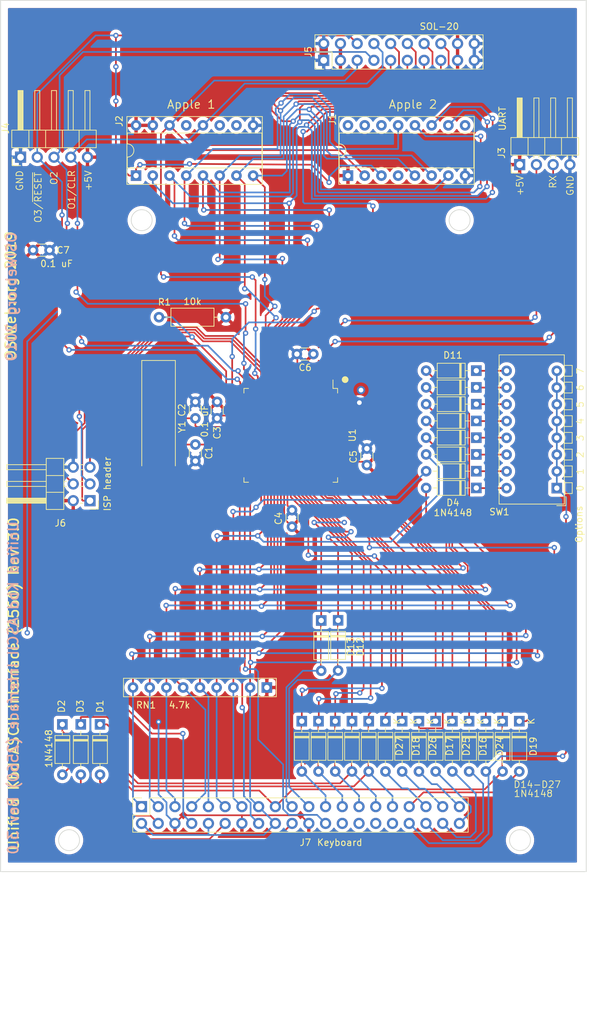
<source format=kicad_pcb>
(kicad_pcb (version 20171130) (host pcbnew "(5.1.5-0-10_14)")
  (title_block (title "Unified Retro Keyboard ASCII Interface (2560)") (date 2020-04-13) (rev 3.0))
  (layers (0 F.Cu signal) (31 B.Cu signal) (34 B.Paste user) (35 F.Paste user) (36 B.SilkS user) (37 F.SilkS user) (38 B.Mask user) (39 F.Mask user) (44 Edge.Cuts user))
  (net 0 "")
  (net 1 GND)
  (net 2 /Row3)
  (net 3 /Row0)
  (net 4 /Row1)
  (net 5 /Row4)
  (net 6 /Row5)
  (net 7 /Row7)
  (net 8 /D7)
  (net 9 /D1)
  (net 10 /D2)
  (net 11 /D3)
  (net 12 /D4)
  (net 13 /D5)
  (net 14 /D6)
  (net 15 /Col0)
  (net 16 /Col1)
  (net 17 /Col2)
  (net 18 /Col3)
  (net 19 /Col4)
  (net 20 /Col5)
  (net 21 /Col6)
  (net 22 /Col7)
  (net 23 /Row6)
  (net 24 /Row2)
  (net 25 /D0)
  (net 26 /~STROBE)
  (net 27 /Row10)
  (net 28 /Row9)
  (net 29 /Row8)
  (net 30 /Row15)
  (net 31 /Row14)
  (net 32 /Row13)
  (net 33 /Row12)
  (net 34 /Row11)
  (net 35 /Tx)
  (net 36 /Rx)
  (net 37 "Net-(D11-Pad1)")
  (net 38 "Net-(D12-Pad1)")
  (net 39 "Net-(D13-Pad1)")
  (net 40 "Net-(D14-Pad1)")
  (net 41 "Net-(D15-Pad1)")
  (net 42 "Net-(D16-Pad1)")
  (net 43 "Net-(D17-Pad1)")
  (net 44 "Net-(D18-Pad1)")
  (net 45 "Net-(D19-Pad1)")
  (net 46 "Net-(D20-Pad1)")
  (net 47 "Net-(D24-Pad1)")
  (net 48 "Net-(D25-Pad1)")
  (net 49 "Net-(D26-Pad1)")
  (net 50 "Net-(D4-Pad1)")
  (net 51 "Net-(D5-Pad1)")
  (net 52 "Net-(D6-Pad1)")
  (net 53 "Net-(D7-Pad1)")
  (net 54 "Net-(D8-Pad1)")
  (net 55 "Net-(D9-Pad1)")
  (net 56 "Net-(D10-Pad1)")
  (net 57 "Net-(D27-Pad1)")
  (net 58 /LED1)
  (net 59 "Net-(R2-Pad1)")
  (net 60 /OUT1)
  (net 61 /OUT2)
  (net 62 /OUT3)
  (net 63 /ISP-RESET)
  (net 64 /ISP-MOSI)
  (net 65 /ISP-SCK)
  (net 66 /ISP-MISO)
  (net 67 "Net-(J7-Pad32)")
  (net 68 "Net-(J7-Pad30)")
  (net 69 "Net-(J7-Pad28)")
  (net 70 "Net-(J7-Pad26)")
  (net 71 /LED3)
  (net 72 /LED2)
  (net 73 "Net-(C1-Pad1)")
  (net 74 "Net-(C2-Pad1)")
  (net 75 "Net-(D1-Pad2)")
  (net 76 "Net-(D2-Pad2)")
  (net 77 "Net-(D3-Pad2)")
  (net 78 "Net-(D21-Pad1)")
  (net 79 "Net-(D22-Pad1)")
  (net 80 "Net-(D23-Pad1)")
  (net 81 "Net-(J1-Pad9)")
  (net 82 "Net-(J1-Pad4)")
  (net 83 "Net-(J1-Pad14)")
  (net 84 "Net-(J1-Pad15)")
  (net 85 "Net-(J1-Pad16)")
  (net 86 "Net-(J2-Pad10)")
  (net 87 "Net-(J2-Pad11)")
  (net 88 "Net-(J2-Pad13)")
  (net 89 "Net-(U1-Pad98)")
  (net 90 "Net-(U1-Pad97)")
  (net 91 "Net-(U1-Pad96)")
  (net 92 "Net-(U1-Pad95)")
  (net 93 "Net-(U1-Pad94)")
  (net 94 "Net-(U1-Pad93)")
  (net 95 "Net-(U1-Pad92)")
  (net 96 "Net-(U1-Pad91)")
  (net 97 "Net-(U1-Pad90)")
  (net 98 "Net-(U1-Pad89)")
  (net 99 "Net-(U1-Pad88)")
  (net 100 "Net-(U1-Pad87)")
  (net 101 "Net-(U1-Pad86)")
  (net 102 "Net-(U1-Pad85)")
  (net 103 "Net-(U1-Pad84)")
  (net 104 "Net-(U1-Pad83)")
  (net 105 "Net-(U1-Pad82)")
  (net 106 "Net-(U1-Pad70)")
  (net 107 "Net-(U1-Pad52)")
  (net 108 "Net-(U1-Pad51)")
  (net 109 "Net-(U1-Pad47)")
  (net 110 "Net-(U1-Pad46)")
  (net 111 "Net-(U1-Pad45)")
  (net 112 "Net-(U1-Pad44)")
  (net 113 "Net-(U1-Pad43)")
  (net 114 "Net-(U1-Pad42)")
  (net 115 "Net-(U1-Pad41)")
  (net 116 "Net-(U1-Pad40)")
  (net 117 "Net-(U1-Pad39)")
  (net 118 "Net-(U1-Pad38)")
  (net 119 "Net-(U1-Pad37)")
  (net 120 "Net-(U1-Pad36)")
  (net 121 "Net-(U1-Pad35)")
  (net 122 "Net-(U1-Pad29)")
  (net 123 "Net-(U1-Pad28)")
  (net 124 "Net-(U1-Pad19)")
  (net 125 "Net-(U1-Pad9)")
  (net 126 "Net-(U1-Pad8)")
  (net 127 "Net-(U1-Pad7)")
  (net 128 "Net-(U1-Pad6)")
  (net 129 "Net-(U1-Pad5)")
  (net 130 "Net-(U1-Pad4)")
  (net 131 "Net-(U1-Pad1)")
  (net 132 VCC)
  (module unikbd:D_DO-35_SOD27_P7.62mm_Horizontal_bypassed (layer F.Cu) (at 240.03 160.0724 270)
    (fp_text reference D15 hide)
    (fp_text value 1N4148)
    (fp_poly (pts (xy 7.239 0.127) (xy 0.381 0.127) (xy 0.381 0) (xy 7.239 0)) (layer F.Cu) (width 0.0508))
    (pad 1 thru_hole rect (at 0 0 270) (size 1.6 1.6) (drill 0.8) (layers *.Cu *.Mask) (net 41 "Net-(D15-Pad1)"))
    (pad 2 thru_hole oval (at 7.62 0 270) (size 1.6 1.6) (drill 0.8) (layers *.Cu *.Mask) (net 7 /Row7))
  )
  (module Package_QFP:TQFP-100_14x14mm_P0.5mm (layer F.Cu) (at 207.876 116.74 270)
    (fp_text reference U1 (at 0 -9.35 90) (layer F.SilkS))
    (fp_text value ATmega2560-16AU)
    (pad 100 smd roundrect (at -6 -7.6625 270) (size 0.3 1.475) (layers F.Cu F.Paste F.Mask) (net 132 VCC))
    (pad 99 smd roundrect (at -5.5 -7.6625 270) (size 0.3 1.475) (layers F.Cu F.Paste F.Mask) (net 1 GND))
    (pad 98 smd roundrect (at -5 -7.6625 270) (size 0.3 1.475) (layers F.Cu F.Paste F.Mask) (net 89 "Net-(U1-Pad98)"))
    (pad 97 smd roundrect (at -4.5 -7.6625 270) (size 0.3 1.475) (layers F.Cu F.Paste F.Mask) (net 90 "Net-(U1-Pad97)"))
    (pad 96 smd roundrect (at -4 -7.6625 270) (size 0.3 1.475) (layers F.Cu F.Paste F.Mask) (net 91 "Net-(U1-Pad96)"))
    (pad 95 smd roundrect (at -3.5 -7.6625 270) (size 0.3 1.475) (layers F.Cu F.Paste F.Mask) (net 92 "Net-(U1-Pad95)"))
    (pad 94 smd roundrect (at -3 -7.6625 270) (size 0.3 1.475) (layers F.Cu F.Paste F.Mask) (net 93 "Net-(U1-Pad94)"))
    (pad 93 smd roundrect (at -2.5 -7.6625 270) (size 0.3 1.475) (layers F.Cu F.Paste F.Mask) (net 94 "Net-(U1-Pad93)"))
    (pad 92 smd roundrect (at -2 -7.6625 270) (size 0.3 1.475) (layers F.Cu F.Paste F.Mask) (net 95 "Net-(U1-Pad92)"))
    (pad 91 smd roundrect (at -1.5 -7.6625 270) (size 0.3 1.475) (layers F.Cu F.Paste F.Mask) (net 96 "Net-(U1-Pad91)"))
    (pad 90 smd roundrect (at -1 -7.6625 270) (size 0.3 1.475) (layers F.Cu F.Paste F.Mask) (net 97 "Net-(U1-Pad90)"))
    (pad 89 smd roundrect (at -0.5 -7.6625 270) (size 0.3 1.475) (layers F.Cu F.Paste F.Mask) (net 98 "Net-(U1-Pad89)"))
    (pad 88 smd roundrect (at 0 -7.6625 270) (size 0.3 1.475) (layers F.Cu F.Paste F.Mask) (net 99 "Net-(U1-Pad88)"))
    (pad 87 smd roundrect (at 0.5 -7.6625 270) (size 0.3 1.475) (layers F.Cu F.Paste F.Mask) (net 100 "Net-(U1-Pad87)"))
    (pad 86 smd roundrect (at 1 -7.6625 270) (size 0.3 1.475) (layers F.Cu F.Paste F.Mask) (net 101 "Net-(U1-Pad86)"))
    (pad 85 smd roundrect (at 1.5 -7.6625 270) (size 0.3 1.475) (layers F.Cu F.Paste F.Mask) (net 102 "Net-(U1-Pad85)"))
    (pad 84 smd roundrect (at 2 -7.6625 270) (size 0.3 1.475) (layers F.Cu F.Paste F.Mask) (net 103 "Net-(U1-Pad84)"))
    (pad 83 smd roundrect (at 2.5 -7.6625 270) (size 0.3 1.475) (layers F.Cu F.Paste F.Mask) (net 104 "Net-(U1-Pad83)"))
    (pad 82 smd roundrect (at 3 -7.6625 270) (size 0.3 1.475) (layers F.Cu F.Paste F.Mask) (net 105 "Net-(U1-Pad82)"))
    (pad 81 smd roundrect (at 3.5 -7.6625 270) (size 0.3 1.475) (layers F.Cu F.Paste F.Mask) (net 1 GND))
    (pad 80 smd roundrect (at 4 -7.6625 270) (size 0.3 1.475) (layers F.Cu F.Paste F.Mask) (net 132 VCC))
    (pad 79 smd roundrect (at 4.5 -7.6625 270) (size 0.3 1.475) (layers F.Cu F.Paste F.Mask) (net 41 "Net-(D15-Pad1)"))
    (pad 78 smd roundrect (at 5 -7.6625 270) (size 0.3 1.475) (layers F.Cu F.Paste F.Mask) (net 47 "Net-(D24-Pad1)"))
    (pad 77 smd roundrect (at 5.5 -7.6625 270) (size 0.3 1.475) (layers F.Cu F.Paste F.Mask) (net 42 "Net-(D16-Pad1)"))
    (pad 76 smd roundrect (at 6 -7.6625 270) (size 0.3 1.475) (layers F.Cu F.Paste F.Mask) (net 48 "Net-(D25-Pad1)"))
    (pad 75 smd roundrect (at 7.6625 -6 270) (size 1.475 0.3) (layers F.Cu F.Paste F.Mask) (net 43 "Net-(D17-Pad1)"))
    (pad 74 smd roundrect (at 7.6625 -5.5 270) (size 1.475 0.3) (layers F.Cu F.Paste F.Mask) (net 49 "Net-(D26-Pad1)"))
    (pad 73 smd roundrect (at 7.6625 -5 270) (size 1.475 0.3) (layers F.Cu F.Paste F.Mask) (net 44 "Net-(D18-Pad1)"))
    (pad 72 smd roundrect (at 7.6625 -4.5 270) (size 1.475 0.3) (layers F.Cu F.Paste F.Mask) (net 57 "Net-(D27-Pad1)"))
    (pad 71 smd roundrect (at 7.6625 -4 270) (size 1.475 0.3) (layers F.Cu F.Paste F.Mask) (net 45 "Net-(D19-Pad1)"))
    (pad 70 smd roundrect (at 7.6625 -3.5 270) (size 1.475 0.3) (layers F.Cu F.Paste F.Mask) (net 106 "Net-(U1-Pad70)"))
    (pad 69 smd roundrect (at 7.6625 -3 270) (size 1.475 0.3) (layers F.Cu F.Paste F.Mask) (net 39 "Net-(D13-Pad1)"))
    (pad 68 smd roundrect (at 7.6625 -2.5 270) (size 1.475 0.3) (layers F.Cu F.Paste F.Mask) (net 38 "Net-(D12-Pad1)"))
    (pad 67 smd roundrect (at 7.6625 -2 270) (size 1.475 0.3) (layers F.Cu F.Paste F.Mask) (net 79 "Net-(D22-Pad1)"))
    (pad 66 smd roundrect (at 7.6625 -1.5 270) (size 1.475 0.3) (layers F.Cu F.Paste F.Mask) (net 80 "Net-(D23-Pad1)"))
    (pad 65 smd roundrect (at 7.6625 -1 270) (size 1.475 0.3) (layers F.Cu F.Paste F.Mask) (net 78 "Net-(D21-Pad1)"))
    (pad 64 smd roundrect (at 7.6625 -0.5 270) (size 1.475 0.3) (layers F.Cu F.Paste F.Mask) (net 40 "Net-(D14-Pad1)"))
    (pad 63 smd roundrect (at 7.6625 0 270) (size 1.475 0.3) (layers F.Cu F.Paste F.Mask) (net 46 "Net-(D20-Pad1)"))
    (pad 62 smd roundrect (at 7.6625 0.5 270) (size 1.475 0.3) (layers F.Cu F.Paste F.Mask) (net 1 GND))
    (pad 61 smd roundrect (at 7.6625 1 270) (size 1.475 0.3) (layers F.Cu F.Paste F.Mask) (net 132 VCC))
    (pad 60 smd roundrect (at 7.6625 1.5 270) (size 1.475 0.3) (layers F.Cu F.Paste F.Mask) (net 22 /Col7))
    (pad 59 smd roundrect (at 7.6625 2 270) (size 1.475 0.3) (layers F.Cu F.Paste F.Mask) (net 21 /Col6))
    (pad 58 smd roundrect (at 7.6625 2.5 270) (size 1.475 0.3) (layers F.Cu F.Paste F.Mask) (net 20 /Col5))
    (pad 57 smd roundrect (at 7.6625 3 270) (size 1.475 0.3) (layers F.Cu F.Paste F.Mask) (net 19 /Col4))
    (pad 56 smd roundrect (at 7.6625 3.5 270) (size 1.475 0.3) (layers F.Cu F.Paste F.Mask) (net 18 /Col3))
    (pad 55 smd roundrect (at 7.6625 4 270) (size 1.475 0.3) (layers F.Cu F.Paste F.Mask) (net 17 /Col2))
    (pad 54 smd roundrect (at 7.6625 4.5 270) (size 1.475 0.3) (layers F.Cu F.Paste F.Mask) (net 16 /Col1))
    (pad 53 smd roundrect (at 7.6625 5 270) (size 1.475 0.3) (layers F.Cu F.Paste F.Mask) (net 15 /Col0))
    (pad 52 smd roundrect (at 7.6625 5.5 270) (size 1.475 0.3) (layers F.Cu F.Paste F.Mask) (net 107 "Net-(U1-Pad52)"))
    (pad 51 smd roundrect (at 7.6625 6 270) (size 1.475 0.3) (layers F.Cu F.Paste F.Mask) (net 108 "Net-(U1-Pad51)"))
    (pad 50 smd roundrect (at 6 7.6625 270) (size 0.3 1.475) (layers F.Cu F.Paste F.Mask) (net 71 /LED3))
    (pad 49 smd roundrect (at 5.5 7.6625 270) (size 0.3 1.475) (layers F.Cu F.Paste F.Mask) (net 72 /LED2))
    (pad 48 smd roundrect (at 5 7.6625 270) (size 0.3 1.475) (layers F.Cu F.Paste F.Mask) (net 58 /LED1))
    (pad 47 smd roundrect (at 4.5 7.6625 270) (size 0.3 1.475) (layers F.Cu F.Paste F.Mask) (net 109 "Net-(U1-Pad47)"))
    (pad 46 smd roundrect (at 4 7.6625 270) (size 0.3 1.475) (layers F.Cu F.Paste F.Mask) (net 110 "Net-(U1-Pad46)"))
    (pad 45 smd roundrect (at 3.5 7.6625 270) (size 0.3 1.475) (layers F.Cu F.Paste F.Mask) (net 111 "Net-(U1-Pad45)"))
    (pad 44 smd roundrect (at 3 7.6625 270) (size 0.3 1.475) (layers F.Cu F.Paste F.Mask) (net 112 "Net-(U1-Pad44)"))
    (pad 43 smd roundrect (at 2.5 7.6625 270) (size 0.3 1.475) (layers F.Cu F.Paste F.Mask) (net 113 "Net-(U1-Pad43)"))
    (pad 42 smd roundrect (at 2 7.6625 270) (size 0.3 1.475) (layers F.Cu F.Paste F.Mask) (net 114 "Net-(U1-Pad42)"))
    (pad 41 smd roundrect (at 1.5 7.6625 270) (size 0.3 1.475) (layers F.Cu F.Paste F.Mask) (net 115 "Net-(U1-Pad41)"))
    (pad 40 smd roundrect (at 1 7.6625 270) (size 0.3 1.475) (layers F.Cu F.Paste F.Mask) (net 116 "Net-(U1-Pad40)"))
    (pad 39 smd roundrect (at 0.5 7.6625 270) (size 0.3 1.475) (layers F.Cu F.Paste F.Mask) (net 117 "Net-(U1-Pad39)"))
    (pad 38 smd roundrect (at 0 7.6625 270) (size 0.3 1.475) (layers F.Cu F.Paste F.Mask) (net 118 "Net-(U1-Pad38)"))
    (pad 37 smd roundrect (at -0.5 7.6625 270) (size 0.3 1.475) (layers F.Cu F.Paste F.Mask) (net 119 "Net-(U1-Pad37)"))
    (pad 36 smd roundrect (at -1 7.6625 270) (size 0.3 1.475) (layers F.Cu F.Paste F.Mask) (net 120 "Net-(U1-Pad36)"))
    (pad 35 smd roundrect (at -1.5 7.6625 270) (size 0.3 1.475) (layers F.Cu F.Paste F.Mask) (net 121 "Net-(U1-Pad35)"))
    (pad 34 smd roundrect (at -2 7.6625 270) (size 0.3 1.475) (layers F.Cu F.Paste F.Mask) (net 73 "Net-(C1-Pad1)"))
    (pad 33 smd roundrect (at -2.5 7.6625 270) (size 0.3 1.475) (layers F.Cu F.Paste F.Mask) (net 74 "Net-(C2-Pad1)"))
    (pad 32 smd roundrect (at -3 7.6625 270) (size 0.3 1.475) (layers F.Cu F.Paste F.Mask) (net 1 GND))
    (pad 31 smd roundrect (at -3.5 7.6625 270) (size 0.3 1.475) (layers F.Cu F.Paste F.Mask) (net 132 VCC))
    (pad 30 smd roundrect (at -4 7.6625 270) (size 0.3 1.475) (layers F.Cu F.Paste F.Mask) (net 63 /ISP-RESET))
    (pad 29 smd roundrect (at -4.5 7.6625 270) (size 0.3 1.475) (layers F.Cu F.Paste F.Mask) (net 122 "Net-(U1-Pad29)"))
    (pad 28 smd roundrect (at -5 7.6625 270) (size 0.3 1.475) (layers F.Cu F.Paste F.Mask) (net 123 "Net-(U1-Pad28)"))
    (pad 27 smd roundrect (at -5.5 7.6625 270) (size 0.3 1.475) (layers F.Cu F.Paste F.Mask) (net 8 /D7))
    (pad 26 smd roundrect (at -6 7.6625 270) (size 0.3 1.475) (layers F.Cu F.Paste F.Mask) (net 62 /OUT3))
    (pad 25 smd roundrect (at -7.6625 6 270) (size 1.475 0.3) (layers F.Cu F.Paste F.Mask) (net 61 /OUT2))
    (pad 24 smd roundrect (at -7.6625 5.5 270) (size 1.475 0.3) (layers F.Cu F.Paste F.Mask) (net 60 /OUT1))
    (pad 23 smd roundrect (at -7.6625 5 270) (size 1.475 0.3) (layers F.Cu F.Paste F.Mask) (net 26 /~STROBE))
    (pad 22 smd roundrect (at -7.6625 4.5 270) (size 1.475 0.3) (layers F.Cu F.Paste F.Mask) (net 66 /ISP-MISO))
    (pad 21 smd roundrect (at -7.6625 4 270) (size 1.475 0.3) (layers F.Cu F.Paste F.Mask) (net 64 /ISP-MOSI))
    (pad 20 smd roundrect (at -7.6625 3.5 270) (size 1.475 0.3) (layers F.Cu F.Paste F.Mask) (net 65 /ISP-SCK))
    (pad 19 smd roundrect (at -7.6625 3 270) (size 1.475 0.3) (layers F.Cu F.Paste F.Mask) (net 124 "Net-(U1-Pad19)"))
    (pad 18 smd roundrect (at -7.6625 2.5 270) (size 1.475 0.3) (layers F.Cu F.Paste F.Mask) (net 14 /D6))
    (pad 17 smd roundrect (at -7.6625 2 270) (size 1.475 0.3) (layers F.Cu F.Paste F.Mask) (net 13 /D5))
    (pad 16 smd roundrect (at -7.6625 1.5 270) (size 1.475 0.3) (layers F.Cu F.Paste F.Mask) (net 12 /D4))
    (pad 15 smd roundrect (at -7.6625 1 270) (size 1.475 0.3) (layers F.Cu F.Paste F.Mask) (net 11 /D3))
    (pad 14 smd roundrect (at -7.6625 0.5 270) (size 1.475 0.3) (layers F.Cu F.Paste F.Mask) (net 10 /D2))
    (pad 13 smd roundrect (at -7.6625 0 270) (size 1.475 0.3) (layers F.Cu F.Paste F.Mask) (net 9 /D1))
    (pad 12 smd roundrect (at -7.6625 -0.5 270) (size 1.475 0.3) (layers F.Cu F.Paste F.Mask) (net 25 /D0))
    (pad 11 smd roundrect (at -7.6625 -1 270) (size 1.475 0.3) (layers F.Cu F.Paste F.Mask) (net 1 GND))
    (pad 10 smd roundrect (at -7.6625 -1.5 270) (size 1.475 0.3) (layers F.Cu F.Paste F.Mask) (net 132 VCC))
    (pad 9 smd roundrect (at -7.6625 -2 270) (size 1.475 0.3) (layers F.Cu F.Paste F.Mask) (net 125 "Net-(U1-Pad9)"))
    (pad 8 smd roundrect (at -7.6625 -2.5 270) (size 1.475 0.3) (layers F.Cu F.Paste F.Mask) (net 126 "Net-(U1-Pad8)"))
    (pad 7 smd roundrect (at -7.6625 -3 270) (size 1.475 0.3) (layers F.Cu F.Paste F.Mask) (net 127 "Net-(U1-Pad7)"))
    (pad 6 smd roundrect (at -7.6625 -3.5 270) (size 1.475 0.3) (layers F.Cu F.Paste F.Mask) (net 128 "Net-(U1-Pad6)"))
    (pad 5 smd roundrect (at -7.6625 -4 270) (size 1.475 0.3) (layers F.Cu F.Paste F.Mask) (net 129 "Net-(U1-Pad5)"))
    (pad 4 smd roundrect (at -7.6625 -4.5 270) (size 1.475 0.3) (layers F.Cu F.Paste F.Mask) (net 130 "Net-(U1-Pad4)"))
    (pad 3 smd roundrect (at -7.6625 -5 270) (size 1.475 0.3) (layers F.Cu F.Paste F.Mask) (net 35 /Tx))
    (pad 2 smd roundrect (at -7.6625 -5.5 270) (size 1.475 0.3) (layers F.Cu F.Paste F.Mask) (net 36 /Rx))
    (pad 1 smd roundrect (at -7.6625 -6 270) (size 1.475 0.3) (layers F.Cu F.Paste F.Mask) (net 131 "Net-(U1-Pad1)"))
  )
  (module Crystal:Crystal_SMD_HC49-SD_HandSoldering (layer F.Cu) (at 187.81 115.47 270)
    (fp_text reference Y1 (at 0 -3.55 90) (layer F.SilkS))
    (fp_text value "16.000 MHz")
    (pad 2 smd rect (at 5.9375 0 270) (size 7.875 2) (layers F.Cu F.Paste F.Mask) (net 73 "Net-(C1-Pad1)"))
    (pad 1 smd rect (at -5.9375 0 270) (size 7.875 2) (layers F.Cu F.Paste F.Mask) (net 74 "Net-(C2-Pad1)"))
  )
  (module Resistor_THT:R_Axial_DIN0207_L6.3mm_D2.5mm_P10.16mm_Horizontal (layer F.Cu) (at 198.0335 98.833 180)
    (fp_text reference R1 (at 9.3345 2.286) (layer F.SilkS))
    (fp_text value 10k (at 5.08 2.37) (layer F.SilkS))
    (pad 2 thru_hole oval (at 10.16 0 180) (size 1.6 1.6) (drill 0.8) (layers *.Cu *.Mask) (net 63 /ISP-RESET))
    (pad 1 thru_hole circle (at 0 0 180) (size 1.6 1.6) (drill 0.8) (layers *.Cu *.Mask) (net 132 VCC))
  )
  (module Diode_THT:D_DO-35_SOD27_P7.62mm_Horizontal (layer F.Cu) (at 222.25 160.0724 270)
    (fp_text reference D27 (at 3.81 -2.12 90) (layer F.SilkS))
    (fp_text value 1N4148)
    (fp_text user K (at 0 -1.8 90) (layer F.SilkS))
    (pad 2 thru_hole oval (at 7.62 0 270) (size 1.6 1.6) (drill 0.8) (layers *.Cu *.Mask) (net 31 /Row14))
    (pad 1 thru_hole rect (at 0 0 270) (size 1.6 1.6) (drill 0.8) (layers *.Cu *.Mask) (net 57 "Net-(D27-Pad1)"))
  )
  (module Diode_THT:D_DO-35_SOD27_P7.62mm_Horizontal (layer F.Cu) (at 227.33 160.0724 270)
    (fp_text reference D26 (at 3.81 -2.12 90) (layer F.SilkS))
    (fp_text value 1N4148)
    (fp_text user K (at 0 -1.8 90) (layer F.SilkS))
    (pad 2 thru_hole oval (at 7.62 0 270) (size 1.6 1.6) (drill 0.8) (layers *.Cu *.Mask) (net 33 /Row12))
    (pad 1 thru_hole rect (at 0 0 270) (size 1.6 1.6) (drill 0.8) (layers *.Cu *.Mask) (net 49 "Net-(D26-Pad1)"))
  )
  (module Diode_THT:D_DO-35_SOD27_P7.62mm_Horizontal (layer F.Cu) (at 232.41 160.0724 270)
    (fp_text reference D25 (at 3.81 -2.12 90) (layer F.SilkS))
    (fp_text value 1N4148)
    (fp_text user K (at 0 -1.8 90) (layer F.SilkS))
    (pad 2 thru_hole oval (at 7.62 0 270) (size 1.6 1.6) (drill 0.8) (layers *.Cu *.Mask) (net 27 /Row10))
    (pad 1 thru_hole rect (at 0 0 270) (size 1.6 1.6) (drill 0.8) (layers *.Cu *.Mask) (net 48 "Net-(D25-Pad1)"))
  )
  (module Diode_THT:D_DO-35_SOD27_P7.62mm_Horizontal (layer F.Cu) (at 237.49 160.0724 270)
    (fp_text reference D24 (at 3.81 -2.12 90) (layer F.SilkS))
    (fp_text value 1N4148)
    (fp_text user K (at 0 -1.8 90) (layer F.SilkS))
    (pad 2 thru_hole oval (at 7.62 0 270) (size 1.6 1.6) (drill 0.8) (layers *.Cu *.Mask) (net 29 /Row8))
    (pad 1 thru_hole rect (at 0 0 270) (size 1.6 1.6) (drill 0.8) (layers *.Cu *.Mask) (net 47 "Net-(D24-Pad1)"))
  )
  (module Diode_THT:D_DO-35_SOD27_P7.62mm_Horizontal (layer F.Cu) (at 242.57 160.0724 270)
    (fp_text reference D19 (at 3.81 -2.12 90) (layer F.SilkS))
    (fp_text value 1N4148)
    (fp_text user K (at 0 -1.8 90) (layer F.SilkS))
    (pad 2 thru_hole oval (at 7.62 0 270) (size 1.6 1.6) (drill 0.8) (layers *.Cu *.Mask) (net 30 /Row15))
    (pad 1 thru_hole rect (at 0 0 270) (size 1.6 1.6) (drill 0.8) (layers *.Cu *.Mask) (net 45 "Net-(D19-Pad1)"))
  )
  (module Diode_THT:D_DO-35_SOD27_P7.62mm_Horizontal (layer F.Cu) (at 224.79 160.0724 270)
    (fp_text reference D18 (at 3.81 -2.12 90) (layer F.SilkS))
    (fp_text value 1N4148)
    (fp_text user K (at 0 -1.8 90) (layer F.SilkS))
    (pad 2 thru_hole oval (at 7.62 0 270) (size 1.6 1.6) (drill 0.8) (layers *.Cu *.Mask) (net 32 /Row13))
    (pad 1 thru_hole rect (at 0 0 270) (size 1.6 1.6) (drill 0.8) (layers *.Cu *.Mask) (net 44 "Net-(D18-Pad1)"))
  )
  (module Diode_THT:D_DO-35_SOD27_P7.62mm_Horizontal (layer F.Cu) (at 229.87 160.0724 270)
    (fp_text reference D17 (at 3.81 -2.12 90) (layer F.SilkS))
    (fp_text value 1N4148)
    (fp_text user K (at 0 -1.8 90) (layer F.SilkS))
    (pad 2 thru_hole oval (at 7.62 0 270) (size 1.6 1.6) (drill 0.8) (layers *.Cu *.Mask) (net 34 /Row11))
    (pad 1 thru_hole rect (at 0 0 270) (size 1.6 1.6) (drill 0.8) (layers *.Cu *.Mask) (net 43 "Net-(D17-Pad1)"))
  )
  (module Diode_THT:D_DO-35_SOD27_P7.62mm_Horizontal (layer F.Cu) (at 234.95 160.0724 270)
    (fp_text reference D16 (at 3.81 -2.12 90) (layer F.SilkS))
    (fp_text value 1N4148)
    (fp_text user K (at 0 -1.8 90) (layer F.SilkS))
    (pad 2 thru_hole oval (at 7.62 0 270) (size 1.6 1.6) (drill 0.8) (layers *.Cu *.Mask) (net 28 /Row9))
    (pad 1 thru_hole rect (at 0 0 270) (size 1.6 1.6) (drill 0.8) (layers *.Cu *.Mask) (net 42 "Net-(D16-Pad1)"))
  )
  (module Capacitor_THT:C_Disc_D3.0mm_W1.6mm_P2.50mm (layer F.Cu) (at 211.305 104.421 180)
    (fp_text reference C6 (at 1.25 -2.05) (layer F.SilkS))
    (fp_text value "0.1 uF")
    (pad 2 thru_hole circle (at 2.5 0 180) (size 1.6 1.6) (drill 0.8) (layers *.Cu *.Mask) (net 1 GND))
    (pad 1 thru_hole circle (at 0 0 180) (size 1.6 1.6) (drill 0.8) (layers *.Cu *.Mask) (net 132 VCC))
  )
  (module Capacitor_THT:C_Disc_D3.0mm_W1.6mm_P2.50mm (layer F.Cu) (at 193.398 114.16 90)
    (fp_text reference C2 (at 1.25 -2.05 90) (layer F.SilkS))
    (fp_text value 36pf)
    (pad 2 thru_hole circle (at 2.5 0 90) (size 1.6 1.6) (drill 0.8) (layers *.Cu *.Mask) (net 1 GND))
    (pad 1 thru_hole circle (at 0 0 90) (size 1.6 1.6) (drill 0.8) (layers *.Cu *.Mask) (net 74 "Net-(C2-Pad1)"))
  )
  (module Capacitor_THT:C_Disc_D3.0mm_W1.6mm_P2.50mm (layer F.Cu) (at 219.433 121.2485 90)
    (fp_text reference C5 (at 1.25 -2.05 90) (layer F.SilkS))
    (fp_text value "0.1 uF")
    (pad 2 thru_hole circle (at 2.5 0 90) (size 1.6 1.6) (drill 0.8) (layers *.Cu *.Mask) (net 1 GND))
    (pad 1 thru_hole circle (at 0 0 90) (size 1.6 1.6) (drill 0.8) (layers *.Cu *.Mask) (net 132 VCC))
  )
  (module Capacitor_THT:C_Disc_D3.0mm_W1.6mm_P2.50mm (layer F.Cu) (at 193.398 118.137 270)
    (fp_text reference C1 (at 1.25 -2.05 90) (layer F.SilkS))
    (fp_text value 36pf)
    (pad 2 thru_hole circle (at 2.5 0 270) (size 1.6 1.6) (drill 0.8) (layers *.Cu *.Mask) (net 1 GND))
    (pad 1 thru_hole circle (at 0 0 270) (size 1.6 1.6) (drill 0.8) (layers *.Cu *.Mask) (net 73 "Net-(C1-Pad1)"))
  )
  (module Capacitor_THT:C_Disc_D3.0mm_W1.6mm_P2.50mm (layer F.Cu) (at 208.0665 130.583 90)
    (fp_text reference C4 (at 1.25 -2.05 90) (layer F.SilkS))
    (fp_text value "0.1 uF")
    (pad 2 thru_hole circle (at 2.5 0 90) (size 1.6 1.6) (drill 0.8) (layers *.Cu *.Mask) (net 1 GND))
    (pad 1 thru_hole circle (at 0 0 90) (size 1.6 1.6) (drill 0.8) (layers *.Cu *.Mask) (net 132 VCC))
  )
  (module unikbd:PinHeader_2x20_P2.54mm_Vertical (layer F.Cu) (at 185.397 175.5918 90)
    (fp_text reference J7 (at -2.8702 24.7015 180) (layer F.SilkS))
    (fp_text value Keyboard (at -2.8702 29.9085 180) (layer F.SilkS))
    (pad 40 thru_hole oval (at 0.0254 48.0822 90) (size 1.7 1.7) (drill 1) (layers *.Cu *.Mask) (net 34 /Row11))
    (pad 39 thru_hole oval (at 2.5654 48.0822 90) (size 1.7 1.7) (drill 1) (layers *.Cu *.Mask) (net 33 /Row12))
    (pad 38 thru_hole oval (at 0.0254 45.5422 90) (size 1.7 1.7) (drill 1) (layers *.Cu *.Mask) (net 27 /Row10))
    (pad 37 thru_hole oval (at 2.5654 45.5422 90) (size 1.7 1.7) (drill 1) (layers *.Cu *.Mask) (net 32 /Row13))
    (pad 36 thru_hole oval (at 0.0254 43.0022 90) (size 1.7 1.7) (drill 1) (layers *.Cu *.Mask) (net 28 /Row9))
    (pad 35 thru_hole oval (at 2.5654 43.0022 90) (size 1.7 1.7) (drill 1) (layers *.Cu *.Mask) (net 31 /Row14))
    (pad 34 thru_hole oval (at 0.0254 40.4622 90) (size 1.7 1.7) (drill 1) (layers *.Cu *.Mask) (net 29 /Row8))
    (pad 33 thru_hole oval (at 2.5654 40.4622 90) (size 1.7 1.7) (drill 1) (layers *.Cu *.Mask) (net 30 /Row15))
    (pad 32 thru_hole oval (at 0.0254 37.9222 90) (size 1.7 1.7) (drill 1) (layers *.Cu *.Mask) (net 67 "Net-(J7-Pad32)"))
    (pad 31 thru_hole oval (at 2.5654 37.9222 90) (size 1.7 1.7) (drill 1) (layers *.Cu *.Mask) (net 3 /Row0))
    (pad 30 thru_hole oval (at 0.0254 35.3822 90) (size 1.7 1.7) (drill 1) (layers *.Cu *.Mask) (net 68 "Net-(J7-Pad30)"))
    (pad 29 thru_hole oval (at 2.5654 35.3822 90) (size 1.7 1.7) (drill 1) (layers *.Cu *.Mask) (net 4 /Row1))
    (pad 28 thru_hole oval (at 0.0254 32.8422 90) (size 1.7 1.7) (drill 1) (layers *.Cu *.Mask) (net 69 "Net-(J7-Pad28)"))
    (pad 27 thru_hole oval (at 2.5654 32.8422 90) (size 1.7 1.7) (drill 1) (layers *.Cu *.Mask) (net 24 /Row2))
    (pad 26 thru_hole oval (at 0.0254 30.3022 90) (size 1.7 1.7) (drill 1) (layers *.Cu *.Mask) (net 70 "Net-(J7-Pad26)"))
    (pad 25 thru_hole oval (at 2.5654 30.3022 90) (size 1.7 1.7) (drill 1) (layers *.Cu *.Mask) (net 2 /Row3))
    (pad 24 thru_hole oval (at 0.0254 27.7622 90) (size 1.7 1.7) (drill 1) (layers *.Cu *.Mask) (net 71 /LED3))
    (pad 23 thru_hole oval (at 2.5654 27.7622 90) (size 1.7 1.7) (drill 1) (layers *.Cu *.Mask) (net 5 /Row4))
    (pad 22 thru_hole oval (at 0.0254 25.2222 90) (size 1.7 1.7) (drill 1) (layers *.Cu *.Mask) (net 132 VCC))
    (pad 21 thru_hole oval (at 2.5654 25.2222 90) (size 1.7 1.7) (drill 1) (layers *.Cu *.Mask) (net 6 /Row5))
    (pad 20 thru_hole oval (at 0.0254 22.6822 90) (size 1.7 1.7) (drill 1) (layers *.Cu *.Mask) (net 77 "Net-(D3-Pad2)"))
    (pad 19 thru_hole oval (at 2.5654 22.6822 90) (size 1.7 1.7) (drill 1) (layers *.Cu *.Mask) (net 23 /Row6))
    (pad 18 thru_hole oval (at 0.0254 20.1422 90) (size 1.7 1.7) (drill 1) (layers *.Cu *.Mask) (net 15 /Col0))
    (pad 17 thru_hole oval (at 2.5654 20.1422 90) (size 1.7 1.7) (drill 1) (layers *.Cu *.Mask) (net 7 /Row7))
    (pad 16 thru_hole oval (at 0.0254 17.6022 90) (size 1.7 1.7) (drill 1) (layers *.Cu *.Mask) (net 72 /LED2))
    (pad 15 thru_hole oval (at 2.5654 17.6022 90) (size 1.7 1.7) (drill 1) (layers *.Cu *.Mask) (net 15 /Col0))
    (pad 14 thru_hole oval (at 0.0254 15.0622 90) (size 1.7 1.7) (drill 1) (layers *.Cu *.Mask) (net 132 VCC))
    (pad 13 thru_hole oval (at 2.5654 15.0622 90) (size 1.7 1.7) (drill 1) (layers *.Cu *.Mask) (net 16 /Col1))
    (pad 12 thru_hole oval (at 0.0254 12.5222 90) (size 1.7 1.7) (drill 1) (layers *.Cu *.Mask) (net 76 "Net-(D2-Pad2)"))
    (pad 11 thru_hole oval (at 2.5654 12.5222 90) (size 1.7 1.7) (drill 1) (layers *.Cu *.Mask) (net 17 /Col2))
    (pad 10 thru_hole oval (at 0.0254 9.9822 90) (size 1.7 1.7) (drill 1) (layers *.Cu *.Mask) (net 15 /Col0))
    (pad 9 thru_hole oval (at 2.5654 9.9822 90) (size 1.7 1.7) (drill 1) (layers *.Cu *.Mask) (net 18 /Col3))
    (pad 8 thru_hole oval (at 0.0254 7.4422 90) (size 1.7 1.7) (drill 1) (layers *.Cu *.Mask) (net 58 /LED1))
    (pad 7 thru_hole oval (at 2.5654 7.4422 90) (size 1.7 1.7) (drill 1) (layers *.Cu *.Mask) (net 19 /Col4))
    (pad 6 thru_hole oval (at 0.0254 4.9022 90) (size 1.7 1.7) (drill 1) (layers *.Cu *.Mask) (net 132 VCC))
    (pad 5 thru_hole oval (at 2.5654 4.9022 90) (size 1.7 1.7) (drill 1) (layers *.Cu *.Mask) (net 20 /Col5))
    (pad 4 thru_hole oval (at 0.0254 2.3622 90) (size 1.7 1.7) (drill 1) (layers *.Cu *.Mask) (net 75 "Net-(D1-Pad2)"))
    (pad 3 thru_hole oval (at 2.5654 2.3622 90) (size 1.7 1.7) (drill 1) (layers *.Cu *.Mask) (net 21 /Col6))
    (pad 2 thru_hole oval (at 0.0254 -0.1778 90) (size 1.7 1.7) (drill 1) (layers *.Cu *.Mask) (net 15 /Col0))
    (pad 1 thru_hole rect (at 2.5654 -0.1778 90) (size 1.7 1.7) (drill 1) (layers *.Cu *.Mask) (net 22 /Col7))
  )
  (module unikbd:SOL20-header-vertical (layer F.Cu) (at 212.8798 59.8948 90)
    (fp_text reference J5 (at 1.27 -2.33 90) (layer F.SilkS))
    (fp_text value SOL-20 (at 5.1308 17.5514 180) (layer F.SilkS))
    (pad 20 thru_hole oval (at 2.54 22.86 90) (size 1.7 1.7) (drill 1) (layers *.Cu *.Mask) (net 1 GND))
    (pad 10 thru_hole oval (at 0 22.86 90) (size 1.7 1.7) (drill 1) (layers *.Cu *.Mask) (net 1 GND))
    (pad 19 thru_hole oval (at 2.54 20.32 90) (size 1.7 1.7) (drill 1) (layers *.Cu *.Mask) (net 132 VCC))
    (pad 9 thru_hole oval (at 0 20.32 90) (size 1.7 1.7) (drill 1) (layers *.Cu *.Mask) (net 132 VCC))
    (pad 18 thru_hole oval (at 2.54 17.78 90) (size 1.7 1.7) (drill 1) (layers *.Cu *.Mask) (net 8 /D7))
    (pad 8 thru_hole oval (at 0 17.78 90) (size 1.7 1.7) (drill 1) (layers *.Cu *.Mask) (net 11 /D3))
    (pad 17 thru_hole oval (at 2.54 15.24 90) (size 1.7 1.7) (drill 1) (layers *.Cu *.Mask) (net 14 /D6))
    (pad 7 thru_hole oval (at 0 15.24 90) (size 1.7 1.7) (drill 1) (layers *.Cu *.Mask) (net 10 /D2))
    (pad 16 thru_hole oval (at 2.54 12.7 90) (size 1.7 1.7) (drill 1) (layers *.Cu *.Mask) (net 13 /D5))
    (pad 6 thru_hole oval (at 0 12.7 90) (size 1.7 1.7) (drill 1) (layers *.Cu *.Mask) (net 9 /D1))
    (pad 15 thru_hole oval (at 2.54 10.16 90) (size 1.7 1.7) (drill 1) (layers *.Cu *.Mask) (net 12 /D4))
    (pad 5 thru_hole oval (at 0 10.16 90) (size 1.7 1.7) (drill 1) (layers *.Cu *.Mask) (net 25 /D0))
    (pad 14 thru_hole oval (at 2.54 7.62 90) (size 1.7 1.7) (drill 1) (layers *.Cu *.Mask) (net 60 /OUT1))
    (pad 4 thru_hole oval (at 0 7.62 90) (size 1.7 1.7) (drill 1) (layers *.Cu *.Mask) (net 61 /OUT2))
    (pad 13 thru_hole oval (at 2.54 5.08 90) (size 1.7 1.7) (drill 1) (layers *.Cu *.Mask) (net 62 /OUT3))
    (pad 3 thru_hole oval (at 0 5.08 90) (size 1.7 1.7) (drill 1) (layers *.Cu *.Mask) (net 26 /~STROBE))
    (pad 12 thru_hole oval (at 2.54 2.54 90) (size 1.7 1.7) (drill 1) (layers *.Cu *.Mask) (net 132 VCC))
    (pad 2 thru_hole oval (at 0 2.54 90) (size 1.7 1.7) (drill 1) (layers *.Cu *.Mask) (net 132 VCC))
    (pad 11 thru_hole oval (at 2.54 0 90) (size 1.7 1.7) (drill 1) (layers *.Cu *.Mask) (net 1 GND))
    (pad 1 thru_hole rect (at 0 0 90) (size 1.7 1.7) (drill 1) (layers *.Cu *.Mask) (net 1 GND))
  )
  (module Connector_PinHeader_2.54mm:PinHeader_1x05_P2.54mm_Horizontal (layer F.Cu) (at 166.855 74.576 90)
    (fp_text reference J4 (at 4.385 -2.27 90) (layer F.SilkS))
    (fp_text value Conn_01x05)
    (pad 5 thru_hole oval (at 0 10.16 90) (size 1.7 1.7) (drill 1) (layers *.Cu *.Mask) (net 132 VCC))
    (pad 4 thru_hole oval (at 0 7.62 90) (size 1.7 1.7) (drill 1) (layers *.Cu *.Mask) (net 60 /OUT1))
    (pad 3 thru_hole oval (at 0 5.08 90) (size 1.7 1.7) (drill 1) (layers *.Cu *.Mask) (net 61 /OUT2))
    (pad 2 thru_hole oval (at 0 2.54 90) (size 1.7 1.7) (drill 1) (layers *.Cu *.Mask) (net 62 /OUT3))
    (pad 1 thru_hole rect (at 0 0 90) (size 1.7 1.7) (drill 1) (layers *.Cu *.Mask) (net 1 GND))
  )
  (module Capacitor_THT:C_Disc_D3.0mm_W1.6mm_P2.50mm (layer F.Cu) (at 168.76 88.673)
    (fp_text reference C7 (at 4.572 0) (layer F.SilkS))
    (fp_text value "0.1 uF" (at 3.556 2.05) (layer F.SilkS))
    (pad 2 thru_hole circle (at 2.5 0) (size 1.6 1.6) (drill 0.8) (layers *.Cu *.Mask) (net 1 GND))
    (pad 1 thru_hole circle (at 0 0) (size 1.6 1.6) (drill 0.8) (layers *.Cu *.Mask) (net 132 VCC))
  )
  (module unikbd:D_DO-35_SOD27_P7.62mm_Horizontal_bypassed (layer F.Cu) (at 212.4988 144.807 270)
    (fp_text reference D13 (at 3.9878 -4.4958 90) (layer F.SilkS))
    (fp_text value 1N4148)
    (fp_poly (pts (xy 7.239 0.127) (xy 0.381 0.127) (xy 0.381 0) (xy 7.239 0)) (layer F.Cu) (width 0.0508))
    (pad 1 thru_hole rect (at 0 0 270) (size 1.6 1.6) (drill 0.8) (layers *.Cu *.Mask) (net 39 "Net-(D13-Pad1)"))
    (pad 2 thru_hole oval (at 7.62 0 270) (size 1.6 1.6) (drill 0.8) (layers *.Cu *.Mask) (net 23 /Row6))
  )
  (module unikbd:D_DO-35_SOD27_P7.62mm_Horizontal_bypassed (layer F.Cu) (at 209.55 160.0724 270)
    (fp_text reference D22 hide)
    (fp_text value 1N4148)
    (fp_poly (pts (xy 7.239 0.127) (xy 0.381 0.127) (xy 0.381 0) (xy 7.239 0)) (layer F.Cu) (width 0.0508))
    (pad 1 thru_hole rect (at 0 0 270) (size 1.6 1.6) (drill 0.8) (layers *.Cu *.Mask) (net 79 "Net-(D22-Pad1)"))
    (pad 2 thru_hole oval (at 7.62 0 270) (size 1.6 1.6) (drill 0.8) (layers *.Cu *.Mask) (net 5 /Row4))
  )
  (module unikbd:D_DO-35_SOD27_P7.62mm_Horizontal_bypassed (layer F.Cu) (at 214.63 160.0724 270)
    (fp_text reference D21 hide)
    (fp_text value 1N4148)
    (fp_poly (pts (xy 7.239 0.127) (xy 0.381 0.127) (xy 0.381 0) (xy 7.239 0)) (layer F.Cu) (width 0.0508))
    (pad 1 thru_hole rect (at 0 0 270) (size 1.6 1.6) (drill 0.8) (layers *.Cu *.Mask) (net 78 "Net-(D21-Pad1)"))
    (pad 2 thru_hole oval (at 7.62 0 270) (size 1.6 1.6) (drill 0.8) (layers *.Cu *.Mask) (net 24 /Row2))
  )
  (module unikbd:D_DO-35_SOD27_P7.62mm_Horizontal_bypassed (layer F.Cu) (at 219.71 160.0724 270)
    (fp_text reference D20 hide)
    (fp_text value 1N4148)
    (fp_poly (pts (xy 7.239 0.127) (xy 0.381 0.127) (xy 0.381 0) (xy 7.239 0)) (layer F.Cu) (width 0.0508))
    (pad 1 thru_hole rect (at 0 0 270) (size 1.6 1.6) (drill 0.8) (layers *.Cu *.Mask) (net 46 "Net-(D20-Pad1)"))
    (pad 2 thru_hole oval (at 7.62 0 270) (size 1.6 1.6) (drill 0.8) (layers *.Cu *.Mask) (net 3 /Row0))
  )
  (module unikbd:D_DO-35_SOD27_P7.62mm_Horizontal_bypassed (layer F.Cu) (at 215.0642 144.7816 270)
    (fp_text reference D12 (at 4.0132 -3.3528 90) (layer F.SilkS))
    (fp_text value 1N4148)
    (fp_poly (pts (xy 7.239 0.127) (xy 0.381 0.127) (xy 0.381 0) (xy 7.239 0)) (layer F.Cu) (width 0.0508))
    (pad 1 thru_hole rect (at 0 0 270) (size 1.6 1.6) (drill 0.8) (layers *.Cu *.Mask) (net 38 "Net-(D12-Pad1)"))
    (pad 2 thru_hole oval (at 7.62 0 270) (size 1.6 1.6) (drill 0.8) (layers *.Cu *.Mask) (net 6 /Row5))
  )
  (module unikbd:D_DO-35_SOD27_P7.62mm_Horizontal_bypassed (layer F.Cu) (at 212.09 160.0724 270)
    (fp_text reference D23 hide)
    (fp_text value 1N4148)
    (fp_poly (pts (xy 7.239 0.127) (xy 0.381 0.127) (xy 0.381 0) (xy 7.239 0)) (layer F.Cu) (width 0.0508))
    (pad 1 thru_hole rect (at 0 0 270) (size 1.6 1.6) (drill 0.8) (layers *.Cu *.Mask) (net 80 "Net-(D23-Pad1)"))
    (pad 2 thru_hole oval (at 7.62 0 270) (size 1.6 1.6) (drill 0.8) (layers *.Cu *.Mask) (net 2 /Row3))
  )
  (module unikbd:D_DO-35_SOD27_P7.62mm_Horizontal_bypassed (layer F.Cu) (at 217.17 160.0724 270)
    (fp_text reference D14 hide)
    (fp_text value 1N4148)
    (fp_poly (pts (xy 7.239 0.127) (xy 0.381 0.127) (xy 0.381 0) (xy 7.239 0)) (layer F.Cu) (width 0.0508))
    (pad 1 thru_hole rect (at 0 0 270) (size 1.6 1.6) (drill 0.8) (layers *.Cu *.Mask) (net 40 "Net-(D14-Pad1)"))
    (pad 2 thru_hole oval (at 7.62 0 270) (size 1.6 1.6) (drill 0.8) (layers *.Cu *.Mask) (net 4 /Row1))
  )
  (module Diode_THT:D_DO-35_SOD27_P7.62mm_Horizontal (layer F.Cu) (at 175.999 160.555 270)
    (fp_text reference D3 (at -2.7305 0.0762 90) (layer F.SilkS))
    (fp_text value 1N4148)
    (pad 2 thru_hole oval (at 7.62 0 270) (size 1.6 1.6) (drill 0.8) (layers *.Cu *.Mask) (net 77 "Net-(D3-Pad2)"))
    (pad 1 thru_hole rect (at 0 0 270) (size 1.6 1.6) (drill 0.8) (layers *.Cu *.Mask) (net 4 /Row1))
  )
  (module Connector_PinHeader_2.54mm:PinHeader_1x04_P2.54mm_Horizontal (layer F.Cu) (at 242.62828 75.70376 90)
    (fp_text reference J3 (at 1.76276 -2.74828 90) (layer F.SilkS))
    (fp_text value UART (at 6.96976 -2.62128 90) (layer F.SilkS))
    (pad 4 thru_hole oval (at 0 7.62 90) (size 1.7 1.7) (drill 1) (layers *.Cu *.Mask) (net 1 GND))
    (pad 3 thru_hole oval (at 0 5.08 90) (size 1.7 1.7) (drill 1) (layers *.Cu *.Mask) (net 36 /Rx))
    (pad 2 thru_hole oval (at 0 2.54 90) (size 1.7 1.7) (drill 1) (layers *.Cu *.Mask) (net 35 /Tx))
    (pad 1 thru_hole rect (at 0 0 90) (size 1.7 1.7) (drill 1) (layers *.Cu *.Mask) (net 132 VCC))
  )
  (module Button_Switch_THT:SW_DIP_SPSTx08_Piano_CTS_Series194-8MSTN_W7.62mm_P2.54mm (layer F.Cu) (at 248.262 124.741 180)
    (fp_text reference SW1 (at 8.7122 -3.6068) (layer F.SilkS))
    (fp_text value Options (at -3.3782 -5.4864 90) (layer F.SilkS))
    (pad 1 thru_hole rect (at 0 0 180) (size 1.6 1.6) (drill 0.8) (layers *.Cu *.Mask) (net 29 /Row8))
    (pad 9 thru_hole oval (at 7.62 17.78 180) (size 1.6 1.6) (drill 0.8) (layers *.Cu *.Mask) (net 37 "Net-(D11-Pad1)"))
    (pad 2 thru_hole oval (at 0 2.54 180) (size 1.6 1.6) (drill 0.8) (layers *.Cu *.Mask) (net 29 /Row8))
    (pad 10 thru_hole oval (at 7.62 15.24 180) (size 1.6 1.6) (drill 0.8) (layers *.Cu *.Mask) (net 56 "Net-(D10-Pad1)"))
    (pad 3 thru_hole oval (at 0 5.08 180) (size 1.6 1.6) (drill 0.8) (layers *.Cu *.Mask) (net 29 /Row8))
    (pad 11 thru_hole oval (at 7.62 12.7 180) (size 1.6 1.6) (drill 0.8) (layers *.Cu *.Mask) (net 55 "Net-(D9-Pad1)"))
    (pad 4 thru_hole oval (at 0 7.62 180) (size 1.6 1.6) (drill 0.8) (layers *.Cu *.Mask) (net 29 /Row8))
    (pad 12 thru_hole oval (at 7.62 10.16 180) (size 1.6 1.6) (drill 0.8) (layers *.Cu *.Mask) (net 54 "Net-(D8-Pad1)"))
    (pad 5 thru_hole oval (at 0 10.16 180) (size 1.6 1.6) (drill 0.8) (layers *.Cu *.Mask) (net 29 /Row8))
    (pad 13 thru_hole oval (at 7.62 7.62 180) (size 1.6 1.6) (drill 0.8) (layers *.Cu *.Mask) (net 53 "Net-(D7-Pad1)"))
    (pad 6 thru_hole oval (at 0 12.7 180) (size 1.6 1.6) (drill 0.8) (layers *.Cu *.Mask) (net 29 /Row8))
    (pad 14 thru_hole oval (at 7.62 5.08 180) (size 1.6 1.6) (drill 0.8) (layers *.Cu *.Mask) (net 52 "Net-(D6-Pad1)"))
    (pad 7 thru_hole oval (at 0 15.24 180) (size 1.6 1.6) (drill 0.8) (layers *.Cu *.Mask) (net 29 /Row8))
    (pad 15 thru_hole oval (at 7.62 2.54 180) (size 1.6 1.6) (drill 0.8) (layers *.Cu *.Mask) (net 51 "Net-(D5-Pad1)"))
    (pad 8 thru_hole oval (at 0 17.78 180) (size 1.6 1.6) (drill 0.8) (layers *.Cu *.Mask) (net 29 /Row8))
    (pad 16 thru_hole oval (at 7.62 0 180) (size 1.6 1.6) (drill 0.8) (layers *.Cu *.Mask) (net 50 "Net-(D4-Pad1)"))
  )
  (module Diode_THT:D_DO-35_SOD27_P7.62mm_Horizontal (layer F.Cu) (at 236.0446 106.9356 180)
    (fp_text reference D11 (at 3.556 2.3368) (layer F.SilkS))
    (fp_text value 1N4148 hide)
    (pad 2 thru_hole oval (at 7.62 0 180) (size 1.6 1.6) (drill 0.8) (layers *.Cu *.Mask) (net 22 /Col7))
    (pad 1 thru_hole rect (at 0 0 180) (size 1.6 1.6) (drill 0.8) (layers *.Cu *.Mask) (net 37 "Net-(D11-Pad1)"))
  )
  (module Diode_THT:D_DO-35_SOD27_P7.62mm_Horizontal (layer F.Cu) (at 236.0446 112.0156 180)
    (fp_text reference D9)
    (fp_text value 1N4148 hide)
    (pad 2 thru_hole oval (at 7.62 0 180) (size 1.6 1.6) (drill 0.8) (layers *.Cu *.Mask) (net 20 /Col5))
    (pad 1 thru_hole rect (at 0 0 180) (size 1.6 1.6) (drill 0.8) (layers *.Cu *.Mask) (net 55 "Net-(D9-Pad1)"))
  )
  (module Diode_THT:D_DO-35_SOD27_P7.62mm_Horizontal (layer F.Cu) (at 236.0446 117.0956 180)
    (fp_text reference D7 hide)
    (fp_text value 1N4148 hide)
    (pad 2 thru_hole oval (at 7.62 0 180) (size 1.6 1.6) (drill 0.8) (layers *.Cu *.Mask) (net 18 /Col3))
    (pad 1 thru_hole rect (at 0 0 180) (size 1.6 1.6) (drill 0.8) (layers *.Cu *.Mask) (net 53 "Net-(D7-Pad1)"))
  )
  (module Diode_THT:D_DO-35_SOD27_P7.62mm_Horizontal (layer F.Cu) (at 236.0446 122.1756 180)
    (fp_text reference D5 hide)
    (fp_text value 1N4148 hide)
    (pad 2 thru_hole oval (at 7.62 0 180) (size 1.6 1.6) (drill 0.8) (layers *.Cu *.Mask) (net 16 /Col1))
    (pad 1 thru_hole rect (at 0 0 180) (size 1.6 1.6) (drill 0.8) (layers *.Cu *.Mask) (net 51 "Net-(D5-Pad1)"))
  )
  (module Diode_THT:D_DO-35_SOD27_P7.62mm_Horizontal (layer F.Cu) (at 236.0446 109.4756 180)
    (fp_text reference D10 hide)
    (fp_text value 1N4148 hide)
    (pad 2 thru_hole oval (at 7.62 0 180) (size 1.6 1.6) (drill 0.8) (layers *.Cu *.Mask) (net 21 /Col6))
    (pad 1 thru_hole rect (at 0 0 180) (size 1.6 1.6) (drill 0.8) (layers *.Cu *.Mask) (net 56 "Net-(D10-Pad1)"))
  )
  (module Diode_THT:D_DO-35_SOD27_P7.62mm_Horizontal (layer F.Cu) (at 236.0446 114.5556 180)
    (fp_text reference D8 hide)
    (fp_text value 1N4148 hide)
    (pad 2 thru_hole oval (at 7.62 0 180) (size 1.6 1.6) (drill 0.8) (layers *.Cu *.Mask) (net 19 /Col4))
    (pad 1 thru_hole rect (at 0 0 180) (size 1.6 1.6) (drill 0.8) (layers *.Cu *.Mask) (net 54 "Net-(D8-Pad1)"))
  )
  (module Diode_THT:D_DO-35_SOD27_P7.62mm_Horizontal (layer F.Cu) (at 236.0446 119.6356 180)
    (fp_text reference D6 hide)
    (fp_text value 1N4148 hide)
    (pad 2 thru_hole oval (at 7.62 0 180) (size 1.6 1.6) (drill 0.8) (layers *.Cu *.Mask) (net 17 /Col2))
    (pad 1 thru_hole rect (at 0 0 180) (size 1.6 1.6) (drill 0.8) (layers *.Cu *.Mask) (net 52 "Net-(D6-Pad1)"))
  )
  (module Diode_THT:D_DO-35_SOD27_P7.62mm_Horizontal (layer F.Cu) (at 236.0446 124.7156 180)
    (fp_text reference D4 (at 3.556001 -2.2352) (layer F.SilkS))
    (fp_text value 1N4148 (at 3.556 -3.7592) (layer F.SilkS))
    (pad 2 thru_hole oval (at 7.62 0 180) (size 1.6 1.6) (drill 0.8) (layers *.Cu *.Mask) (net 15 /Col0))
    (pad 1 thru_hole rect (at 0 0 180) (size 1.6 1.6) (drill 0.8) (layers *.Cu *.Mask) (net 50 "Net-(D4-Pad1)"))
  )
  (module Connector_PinHeader_2.54mm:PinHeader_2x03_P2.54mm_Horizontal (layer F.Cu) (at 177.396 126.646 180)
    (fp_text reference J6 (at 4.4958 -3.4036) (layer F.SilkS))
    (fp_text value "ISP header" (at -2.6416 2.54 90) (layer F.SilkS))
    (pad 6 thru_hole oval (at 2.54 5.08 180) (size 1.7 1.7) (drill 1) (layers *.Cu *.Mask) (net 1 GND))
    (pad 5 thru_hole oval (at 0 5.08 180) (size 1.7 1.7) (drill 1) (layers *.Cu *.Mask) (net 63 /ISP-RESET))
    (pad 4 thru_hole oval (at 2.54 2.54 180) (size 1.7 1.7) (drill 1) (layers *.Cu *.Mask) (net 64 /ISP-MOSI))
    (pad 3 thru_hole oval (at 0 2.54 180) (size 1.7 1.7) (drill 1) (layers *.Cu *.Mask) (net 65 /ISP-SCK))
    (pad 2 thru_hole oval (at 2.54 0 180) (size 1.7 1.7) (drill 1) (layers *.Cu *.Mask) (net 132 VCC))
    (pad 1 thru_hole rect (at 0 0 180) (size 1.7 1.7) (drill 1) (layers *.Cu *.Mask) (net 66 /ISP-MISO))
  )
  (module Capacitor_THT:C_Disc_D3.0mm_W1.6mm_P2.50mm (layer F.Cu) (at 196.7 111.66 270)
    (fp_text reference C3 (at 4.699 0 90) (layer F.SilkS))
    (fp_text value "0.1 uF" (at 2.921 1.905 90) (layer F.SilkS))
    (pad 2 thru_hole circle (at 2.5 0 270) (size 1.6 1.6) (drill 0.8) (layers *.Cu *.Mask) (net 1 GND))
    (pad 1 thru_hole circle (at 0 0 270) (size 1.6 1.6) (drill 0.8) (layers *.Cu *.Mask) (net 132 VCC))
  )
  (module Package_DIP:DIP-16_W7.62mm_Socket (layer F.Cu) (at 216.561832 77.37 90)
    (fp_text reference J1 (at 8.509 -2.335832 90) (layer F.SilkS))
    (fp_text value "Apple 2" (at 10.795 9.856168) (layer F.SilkS) (effects (font (size 1.27 1.27))))
    (pad 1 thru_hole rect (at 0 0 90) (size 1.6 1.6) (drill 0.8) (layers *.Cu *.Mask) (net 132 VCC))
    (pad 9 thru_hole oval (at 7.62 17.78 90) (size 1.6 1.6) (drill 0.8) (layers *.Cu *.Mask) (net 81 "Net-(J1-Pad9)"))
    (pad 2 thru_hole oval (at 0 2.54 90) (size 1.6 1.6) (drill 0.8) (layers *.Cu *.Mask) (net 26 /~STROBE))
    (pad 10 thru_hole oval (at 7.62 15.24 90) (size 1.6 1.6) (drill 0.8) (layers *.Cu *.Mask) (net 10 /D2))
    (pad 3 thru_hole oval (at 0 5.08 90) (size 1.6 1.6) (drill 0.8) (layers *.Cu *.Mask) (net 62 /OUT3))
    (pad 11 thru_hole oval (at 7.62 12.7 90) (size 1.6 1.6) (drill 0.8) (layers *.Cu *.Mask) (net 11 /D3))
    (pad 4 thru_hole oval (at 0 7.62 90) (size 1.6 1.6) (drill 0.8) (layers *.Cu *.Mask) (net 82 "Net-(J1-Pad4)"))
    (pad 12 thru_hole oval (at 7.62 10.16 90) (size 1.6 1.6) (drill 0.8) (layers *.Cu *.Mask) (net 25 /D0))
    (pad 5 thru_hole oval (at 0 10.16 90) (size 1.6 1.6) (drill 0.8) (layers *.Cu *.Mask) (net 13 /D5))
    (pad 13 thru_hole oval (at 7.62 7.62 90) (size 1.6 1.6) (drill 0.8) (layers *.Cu *.Mask) (net 9 /D1))
    (pad 6 thru_hole oval (at 0 12.7 90) (size 1.6 1.6) (drill 0.8) (layers *.Cu *.Mask) (net 12 /D4))
    (pad 14 thru_hole oval (at 7.62 5.08 90) (size 1.6 1.6) (drill 0.8) (layers *.Cu *.Mask) (net 83 "Net-(J1-Pad14)"))
    (pad 7 thru_hole oval (at 0 15.24 90) (size 1.6 1.6) (drill 0.8) (layers *.Cu *.Mask) (net 14 /D6))
    (pad 15 thru_hole oval (at 7.62 2.54 90) (size 1.6 1.6) (drill 0.8) (layers *.Cu *.Mask) (net 84 "Net-(J1-Pad15)"))
    (pad 8 thru_hole oval (at 0 17.78 90) (size 1.6 1.6) (drill 0.8) (layers *.Cu *.Mask) (net 1 GND))
    (pad 16 thru_hole oval (at 7.62 0 90) (size 1.6 1.6) (drill 0.8) (layers *.Cu *.Mask) (net 85 "Net-(J1-Pad16)"))
  )
  (module Diode_THT:D_DO-35_SOD27_P7.62mm_Horizontal (layer F.Cu) (at 173.205 160.555 270)
    (fp_text reference D2 (at -2.7305 0.127 90) (layer F.SilkS))
    (fp_text value 1N4148)
    (pad 2 thru_hole oval (at 7.62 0 270) (size 1.6 1.6) (drill 0.8) (layers *.Cu *.Mask) (net 76 "Net-(D2-Pad2)"))
    (pad 1 thru_hole rect (at 0 0 270) (size 1.6 1.6) (drill 0.8) (layers *.Cu *.Mask) (net 7 /Row7))
  )
  (module Diode_THT:D_DO-35_SOD27_P7.62mm_Horizontal (layer F.Cu) (at 178.92 160.555 270)
    (fp_text reference D1 (at -2.7305 0 90) (layer F.SilkS))
    (fp_text value 1N4148 (at 3.683 7.7724 90) (layer F.SilkS))
    (pad 2 thru_hole oval (at 7.62 0 270) (size 1.6 1.6) (drill 0.8) (layers *.Cu *.Mask) (net 75 "Net-(D1-Pad2)"))
    (pad 1 thru_hole rect (at 0 0 270) (size 1.6 1.6) (drill 0.8) (layers *.Cu *.Mask) (net 3 /Row0))
  )
  (module Resistor_THT:R_Array_SIP9 (layer F.Cu) (at 204.2438 154.967 180)
    (fp_text reference RN1 (at 18.3388 -2.667) (layer F.SilkS))
    (fp_text value 4.7k (at 13.2588 -2.667) (layer F.SilkS))
    (pad 1 thru_hole rect (at 0 0 180) (size 1.6 1.6) (drill 0.8) (layers *.Cu *.Mask) (net 132 VCC))
    (pad 2 thru_hole oval (at 2.54 0 180) (size 1.6 1.6) (drill 0.8) (layers *.Cu *.Mask) (net 15 /Col0))
    (pad 3 thru_hole oval (at 5.08 0 180) (size 1.6 1.6) (drill 0.8) (layers *.Cu *.Mask) (net 16 /Col1))
    (pad 4 thru_hole oval (at 7.62 0 180) (size 1.6 1.6) (drill 0.8) (layers *.Cu *.Mask) (net 17 /Col2))
    (pad 5 thru_hole oval (at 10.16 0 180) (size 1.6 1.6) (drill 0.8) (layers *.Cu *.Mask) (net 18 /Col3))
    (pad 6 thru_hole oval (at 12.7 0 180) (size 1.6 1.6) (drill 0.8) (layers *.Cu *.Mask) (net 19 /Col4))
    (pad 7 thru_hole oval (at 15.24 0 180) (size 1.6 1.6) (drill 0.8) (layers *.Cu *.Mask) (net 20 /Col5))
    (pad 8 thru_hole oval (at 17.78 0 180) (size 1.6 1.6) (drill 0.8) (layers *.Cu *.Mask) (net 21 /Col6))
    (pad 9 thru_hole oval (at 20.32 0 180) (size 1.6 1.6) (drill 0.8) (layers *.Cu *.Mask) (net 22 /Col7))
  )
  (module Package_DIP:DIP-16_W7.62mm_Socket (layer F.Cu) (at 184.390166 77.37 90)
    (fp_text reference J2 (at 8.255 -2.549166 270) (layer F.SilkS))
    (fp_text value "Apple 1" (at 10.795 8.372834 180) (layer F.SilkS) (effects (font (size 1.27 1.27))))
    (pad 1 thru_hole rect (at 0 0 90) (size 1.6 1.6) (drill 0.8) (layers *.Cu *.Mask) (net 62 /OUT3))
    (pad 9 thru_hole oval (at 7.62 17.78 90) (size 1.6 1.6) (drill 0.8) (layers *.Cu *.Mask) (net 1 GND))
    (pad 2 thru_hole oval (at 0 2.54 90) (size 1.6 1.6) (drill 0.8) (layers *.Cu *.Mask) (net 11 /D3))
    (pad 10 thru_hole oval (at 7.62 15.24 90) (size 1.6 1.6) (drill 0.8) (layers *.Cu *.Mask) (net 86 "Net-(J2-Pad10)"))
    (pad 3 thru_hole oval (at 0 5.08 90) (size 1.6 1.6) (drill 0.8) (layers *.Cu *.Mask) (net 10 /D2))
    (pad 11 thru_hole oval (at 7.62 12.7 90) (size 1.6 1.6) (drill 0.8) (layers *.Cu *.Mask) (net 87 "Net-(J2-Pad11)"))
    (pad 4 thru_hole oval (at 0 7.62 90) (size 1.6 1.6) (drill 0.8) (layers *.Cu *.Mask) (net 9 /D1))
    (pad 12 thru_hole oval (at 7.62 10.16 90) (size 1.6 1.6) (drill 0.8) (layers *.Cu *.Mask) (net 60 /OUT1))
    (pad 5 thru_hole oval (at 0 10.16 90) (size 1.6 1.6) (drill 0.8) (layers *.Cu *.Mask) (net 25 /D0))
    (pad 13 thru_hole oval (at 7.62 7.62 90) (size 1.6 1.6) (drill 0.8) (layers *.Cu *.Mask) (net 88 "Net-(J2-Pad13)"))
    (pad 6 thru_hole oval (at 0 12.7 90) (size 1.6 1.6) (drill 0.8) (layers *.Cu *.Mask) (net 12 /D4))
    (pad 14 thru_hole oval (at 7.62 5.08 90) (size 1.6 1.6) (drill 0.8) (layers *.Cu *.Mask) (net 26 /~STROBE))
    (pad 7 thru_hole oval (at 0 15.24 90) (size 1.6 1.6) (drill 0.8) (layers *.Cu *.Mask) (net 13 /D5))
    (pad 15 thru_hole oval (at 7.62 2.54 90) (size 1.6 1.6) (drill 0.8) (layers *.Cu *.Mask) (net 132 VCC))
    (pad 8 thru_hole oval (at 0 17.78 90) (size 1.6 1.6) (drill 0.8) (layers *.Cu *.Mask) (net 14 /D6))
    (pad 16 thru_hole oval (at 7.62 0 90) (size 1.6 1.6) (drill 0.8) (layers *.Cu *.Mask) (net 132 VCC))
  )
  (gr_circle (center 216.131 108.2945) (end 216.385 108.2945) (layer F.SilkS) (width 0.508))
  (gr_text O2 (at 171.935 77.751 90) (layer F.SilkS) (effects (font (size 1.016 1.016) (thickness 0.127))))
  (gr_text 1N4148 (at 244.706 171.0452) (layer F.SilkS) (effects (font (size 1.016 1.016) (thickness 0.127))))
  (gr_text "D14-D27\n" (at 245.2902 169.6736) (layer F.SilkS) (effects (font (size 1.016 1.016) (thickness 0.127))))
  (gr_text 7 (at 251.818 106.9864 90) (layer F.SilkS) (effects (font (size 1.016 1.016) (thickness 0.127))))
  (gr_text 6 (at 251.818 109.5264 90) (layer F.SilkS) (effects (font (size 1.016 1.016) (thickness 0.127))))
  (gr_text 5 (at 251.818 112.0664 90) (layer F.SilkS) (effects (font (size 1.016 1.016) (thickness 0.127))))
  (gr_text 4 (at 251.818 114.6064 90) (layer F.SilkS) (effects (font (size 1.016 1.016) (thickness 0.127))))
  (gr_text 3 (at 251.818 117.1464 90) (layer F.SilkS) (effects (font (size 1.016 1.016) (thickness 0.127))))
  (gr_text 2 (at 251.818 119.6864 90) (layer F.SilkS) (effects (font (size 1.016 1.016) (thickness 0.127))))
  (gr_text 1 (at 251.818 122.2264 90) (layer F.SilkS) (effects (font (size 1.016 1.016) (thickness 0.127))))
  (gr_text 0 (at 251.818 124.7664 90) (layer F.SilkS) (effects (font (size 1.016 1.016) (thickness 0.127))))
  (gr_text +5V (at 242.674 78.87368 90) (layer F.SilkS) (effects (font (size 1.016 1.016) (thickness 0.127))))
  (gr_text GND (at 250.294 78.87368 90) (layer F.SilkS) (effects (font (size 1.016 1.016) (thickness 0.127))))
  (gr_text RX (at 247.6778 78.317299 90) (layer F.SilkS) (effects (font (size 1.016 1.016) (thickness 0.127))))
  (gr_text "OSIWeb.org 2019" (at 165.4834 95.7342 90) (layer B.SilkS) (effects (font (size 1.524 1.524) (thickness 0.254)) (justify mirror)))
  (gr_text "OSIWeb.org 2019" (at 165.3564 95.6072 90) (layer F.SilkS) (effects (font (size 1.524 1.524) (thickness 0.254))))
  (gr_text "Unified Kbd ASCII Interface (2560) Rev 3.0\n" (at 165.7374 155.0178 90) (layer B.SilkS) (effects (font (size 1.524 1.524) (thickness 0.254)) (justify mirror)))
  (gr_text "Unified Kbd ASCII Interface (2560) Rev 3.0" (at 165.8136 154.4336 90) (layer F.SilkS) (effects (font (size 1.524 1.524) (thickness 0.254))))
  (gr_text +5V (at 177.142 78.132 90) (layer F.SilkS) (effects (font (size 1.016 1.016) (thickness 0.127))))
  (gr_text O1/CLR (at 174.602 79.529 90) (layer F.SilkS) (effects (font (size 1.016 1.016) (thickness 0.127))))
  (gr_text O3/~RESET (at 169.522 80.672 90) (layer F.SilkS) (effects (font (size 1.016 1.016) (thickness 0.127))))
  (gr_text GND (at 166.728 78.132 90) (layer F.SilkS) (effects (font (size 1.016 1.016) (thickness 0.127))))
  (gr_circle (center 233.506 84.1248) (end 235.0935 84.1248) (layer Edge.Cuts) (width 0.1))
  (gr_circle (center 185.246 84.1248) (end 186.8335 84.1248) (layer Edge.Cuts) (width 0.1))
  (gr_circle (center 174.2224 178.1048) (end 175.8099 178.1048) (layer Edge.Cuts) (width 0.1))
  (gr_circle (center 242.6754 178.1048) (end 244.2629 178.1048) (layer Edge.Cuts) (width 0.1))
  (gr_line (start 163.83 50.8) (end 252.73 50.8) (layer Edge.Cuts) (width 0.1))
  (gr_line (start 252.73 50.8) (end 252.73 182.88) (layer Edge.Cuts) (width 0.1))
  (gr_line (start 252.73 182.88) (end 163.83 182.88) (layer Edge.Cuts) (width 0.1))
  (gr_line (start 163.83 182.88) (end 163.83 50.8) (layer Edge.Cuts) (width 0.1))
  (segment (start 210.289 165.889) (end 210.289 166.27) (width 0.254) (layer F.Cu) (net 0))
  (segment (start 210.289 166.27) (end 210.035 166.524) (width 0.254) (layer F.Cu) (net 0))
  (segment (start 207.376 127.3925) (end 208.0665 128.083) (width 0.254) (layer F.Cu) (net 1))
  (segment (start 207.376 124.4025) (end 207.376 127.3925) (width 0.254) (layer F.Cu) (net 1))
  (segment (start 197.12 113.74) (end 196.7 114.16) (width 0.254) (layer F.Cu) (net 1))
  (segment (start 200.2135 113.74) (end 197.12 113.74) (width 0.254) (layer F.Cu) (net 1))
  (segment (start 212.8798 59.8948) (end 212.8798 57.3548) (width 1.27) (layer F.Cu) (net 1))
  (segment (start 217.9415 120.24) (end 219.433 118.7485) (width 0.254) (layer F.Cu) (net 1))
  (segment (start 215.5385 120.24) (end 217.9415 120.24) (width 0.254) (layer F.Cu) (net 1))
  (segment (start 215.5385 111.24) (end 217.743 111.24) (width 0.254) (layer F.Cu) (net 1))
  (via (at 218.29 111.787) (size 1.27) (drill 0.7112) (layers F.Cu B.Cu) (net 1))
  (segment (start 217.743 111.24) (end 218.29 111.787) (width 0.254) (layer F.Cu) (net 1))
  (segment (start 208.876 104.492) (end 208.805 104.421) (width 0.254) (layer F.Cu) (net 1))
  (segment (start 208.876 109.0775) (end 208.876 104.492) (width 0.254) (layer F.Cu) (net 1))
  (segment (start 191.149199 174.716401) (end 190.2992 175.5664) (width 0.254) (layer F.Cu) (net 132))
  (segment (start 191.530201 174.335399) (end 191.149199 174.716401) (width 0.254) (layer F.Cu) (net 132))
  (segment (start 210.6192 175.5664) (end 209.388199 174.335399) (width 0.254) (layer F.Cu) (net 132))
  (segment (start 189.0165 174.2837) (end 190.2992 175.5664) (width 0.254) (layer B.Cu) (net 132))
  (segment (start 189.0165 172.385766) (end 189.0165 174.2837) (width 0.254) (layer B.Cu) (net 132))
  (segment (start 187.81 171.179266) (end 189.0165 172.385766) (width 0.254) (layer B.Cu) (net 132))
  (segment (start 187.81 160.174) (end 187.81 171.179266) (width 0.254) (layer B.Cu) (net 132))
  (via (at 187.81 160.174) (size 0.8128) (drill 0.4064) (layers F.Cu B.Cu) (net 132))
  (segment (start 200.445601 174.335399) (end 200.4592 174.348998) (width 0.254) (layer F.Cu) (net 132))
  (segment (start 200.4592 174.348998) (end 200.4592 175.5664) (width 0.254) (layer F.Cu) (net 132))
  (segment (start 209.388199 174.335399) (end 200.445601 174.335399) (width 0.254) (layer F.Cu) (net 132))
  (segment (start 200.445601 174.335399) (end 191.530201 174.335399) (width 0.254) (layer F.Cu) (net 132))
  (segment (start 206.876 129.3925) (end 208.0665 130.583) (width 0.254) (layer F.Cu) (net 132))
  (segment (start 206.876 124.4025) (end 206.876 129.3925) (width 0.254) (layer F.Cu) (net 132))
  (segment (start 204.459599 155.182799) (end 204.2438 154.967) (width 1.27) (layer F.Cu) (net 132))
  (segment (start 198.28 113.24) (end 196.7 111.66) (width 0.254) (layer F.Cu) (net 132))
  (segment (start 200.2135 113.24) (end 198.28 113.24) (width 0.254) (layer F.Cu) (net 132))
  (segment (start 218.9245 120.74) (end 219.433 121.2485) (width 0.254) (layer F.Cu) (net 132))
  (segment (start 215.5385 120.74) (end 218.9245 120.74) (width 0.254) (layer F.Cu) (net 132))
  (via (at 218.544 109.882) (size 1.27) (drill 0.7112) (layers F.Cu B.Cu) (net 132))
  (segment (start 215.5385 110.74) (end 217.686 110.74) (width 0.254) (layer F.Cu) (net 132))
  (segment (start 217.686 110.74) (end 218.544 109.882) (width 0.254) (layer F.Cu) (net 132))
  (segment (start 209.376 106.35) (end 211.305 104.421) (width 0.254) (layer F.Cu) (net 132))
  (segment (start 209.376 109.0775) (end 209.376 106.35) (width 0.254) (layer F.Cu) (net 132))
  (segment (start 187.81 160.174) (end 200.0908 160.174) (width 0.254) (layer F.Cu) (net 132))
  (segment (start 200.0908 160.174) (end 204.2438 156.021) (width 0.254) (layer F.Cu) (net 132))
  (segment (start 204.2438 156.021) (end 204.2438 154.967) (width 0.254) (layer F.Cu) (net 132))
  (segment (start 215.6992 171.3246) (end 212.1432 167.7686) (width 0.254) (layer B.Cu) (net 2))
  (segment (start 215.6992 173.0264) (end 215.6992 171.3246) (width 0.254) (layer B.Cu) (net 2))
  (segment (start 223.346 173.6092) (end 223.346 173.0756) (width 0.254) (layer B.Cu) (net 3))
  (segment (start 223.3192 171.4008) (end 219.687 167.7686) (width 0.254) (layer B.Cu) (net 3))
  (segment (start 223.3192 173.0264) (end 223.3192 171.4008) (width 0.254) (layer B.Cu) (net 3))
  (segment (start 182.006 162.587) (end 179.974 160.555) (width 0.254) (layer F.Cu) (net 3))
  (segment (start 182.006 167.832) (end 182.006 162.587) (width 0.254) (layer F.Cu) (net 3))
  (segment (start 184.127 169.953) (end 182.006 167.832) (width 0.254) (layer F.Cu) (net 3))
  (segment (start 179.974 160.555) (end 178.92 160.555) (width 0.254) (layer F.Cu) (net 3))
  (segment (start 217.4494 169.953) (end 184.127 169.953) (width 0.254) (layer F.Cu) (net 3))
  (segment (start 219.71 167.6924) (end 217.4494 169.953) (width 0.254) (layer F.Cu) (net 3))
  (segment (start 220.7792 171.35) (end 220.7792 173.0264) (width 0.254) (layer B.Cu) (net 4))
  (segment (start 217.1978 167.7686) (end 220.7792 171.35) (width 0.254) (layer B.Cu) (net 4))
  (segment (start 175.999 159.501) (end 175.999 160.555) (width 0.254) (layer F.Cu) (net 4))
  (segment (start 179.981601 159.427999) (end 176.072001 159.427999) (width 0.254) (layer F.Cu) (net 4))
  (segment (start 183.16499 162.611388) (end 179.981601 159.427999) (width 0.254) (layer F.Cu) (net 4))
  (segment (start 183.16499 167.97499) (end 183.16499 162.611388) (width 0.254) (layer F.Cu) (net 4))
  (segment (start 184.68899 169.49899) (end 183.16499 167.97499) (width 0.254) (layer F.Cu) (net 4))
  (segment (start 215.36341 169.49899) (end 184.68899 169.49899) (width 0.254) (layer F.Cu) (net 4))
  (segment (start 176.072001 159.427999) (end 175.999 159.501) (width 0.254) (layer F.Cu) (net 4))
  (segment (start 217.17 167.6924) (end 215.36341 169.49899) (width 0.254) (layer F.Cu) (net 4))
  (segment (start 210.428599 168.568599) (end 210.428599 168.593999) (width 0.254) (layer B.Cu) (net 5))
  (segment (start 209.6286 167.7686) (end 210.428599 168.568599) (width 0.254) (layer B.Cu) (net 5))
  (segment (start 213.1592 171.3246) (end 213.1592 173.0264) (width 0.254) (layer B.Cu) (net 5))
  (segment (start 210.428599 168.593999) (end 213.1592 171.3246) (width 0.254) (layer B.Cu) (net 5))
  (segment (start 209.769201 172.176401) (end 210.6192 173.0264) (width 0.254) (layer B.Cu) (net 6))
  (segment (start 207.622 155.094) (end 207.622 170.0292) (width 0.254) (layer B.Cu) (net 6))
  (segment (start 213.6418 153.824) (end 208.892 153.824) (width 0.254) (layer B.Cu) (net 6))
  (segment (start 207.622 170.0292) (end 209.769201 172.176401) (width 0.254) (layer B.Cu) (net 6))
  (segment (start 208.892 153.824) (end 207.622 155.094) (width 0.254) (layer B.Cu) (net 6))
  (segment (start 215.0642 152.4016) (end 213.6418 153.824) (width 0.254) (layer B.Cu) (net 6))
  (segment (start 239.230001 168.492399) (end 240.03 167.6924) (width 0.254) (layer F.Cu) (net 7))
  (segment (start 237.315389 170.407011) (end 239.230001 168.492399) (width 0.254) (layer F.Cu) (net 7))
  (segment (start 217.637459 170.407011) (end 237.315389 170.407011) (width 0.254) (layer F.Cu) (net 7))
  (segment (start 208.158589 170.407011) (end 217.637459 170.407011) (width 0.254) (layer F.Cu) (net 7))
  (segment (start 205.5392 173.0264) (end 208.158589 170.407011) (width 0.254) (layer F.Cu) (net 7))
  (segment (start 204.689201 172.176401) (end 205.5392 173.0264) (width 0.254) (layer F.Cu) (net 7))
  (segment (start 203.1008 170.588) (end 204.689201 172.176401) (width 0.254) (layer F.Cu) (net 7))
  (segment (start 183.873 170.588) (end 203.1008 170.588) (width 0.254) (layer F.Cu) (net 7))
  (segment (start 173.548 161.952) (end 175.237 161.952) (width 0.254) (layer F.Cu) (net 7))
  (segment (start 173.205 160.555) (end 173.205 161.609) (width 0.254) (layer F.Cu) (net 7))
  (segment (start 173.205 161.609) (end 173.548 161.952) (width 0.254) (layer F.Cu) (net 7))
  (segment (start 175.237 161.952) (end 183.873 170.588) (width 0.254) (layer F.Cu) (net 7))
  (via (at 220.3474 81.9928) (size 0.8128) (drill 0.4064) (layers F.Cu B.Cu) (net 8))
  (segment (start 220.3728 81.9674) (end 220.3474 81.9928) (width 0.254) (layer F.Cu) (net 8))
  (segment (start 219.941001 81.586401) (end 209.958603 81.586401) (width 0.254) (layer B.Cu) (net 8))
  (segment (start 220.3474 81.9928) (end 219.941001 81.586401) (width 0.254) (layer B.Cu) (net 8))
  (segment (start 209.753328 81.381126) (end 209.753328 71.268111) (width 0.254) (layer B.Cu) (net 8))
  (via (at 209.753328 70.693375) (size 0.8128) (drill 0.4064) (layers F.Cu B.Cu) (net 8))
  (segment (start 209.753328 71.268111) (end 209.753328 70.693375) (width 0.254) (layer B.Cu) (net 8))
  (segment (start 209.958603 81.586401) (end 209.753328 81.381126) (width 0.254) (layer B.Cu) (net 8))
  (segment (start 210.328064 70.693375) (end 209.753328 70.693375) (width 0.254) (layer F.Cu) (net 8))
  (segment (start 231.836801 65.855199) (end 229.974 67.718) (width 0.254) (layer F.Cu) (net 8))
  (segment (start 231.836801 58.531801) (end 231.836801 65.855199) (width 0.254) (layer F.Cu) (net 8))
  (segment (start 213.303439 67.718) (end 210.328064 70.693375) (width 0.254) (layer F.Cu) (net 8))
  (segment (start 230.6598 57.3548) (end 231.836801 58.531801) (width 0.254) (layer F.Cu) (net 8))
  (segment (start 229.974 67.718) (end 213.303439 67.718) (width 0.254) (layer F.Cu) (net 8))
  (segment (start 200.2135 111.24) (end 198.947 111.24) (width 0.254) (layer F.Cu) (net 8))
  (segment (start 198.947 111.24) (end 198.986 111.201) (width 0.254) (layer F.Cu) (net 8))
  (via (at 198.986 104.802) (size 0.8128) (drill 0.4064) (layers F.Cu B.Cu) (net 8))
  (segment (start 198.986 111.201) (end 198.986 104.802) (width 0.254) (layer F.Cu) (net 8))
  (via (at 211.432 97.944) (size 0.8128) (drill 0.4064) (layers F.Cu B.Cu) (net 8))
  (segment (start 198.986 104.802) (end 198.986 102.135) (width 0.254) (layer B.Cu) (net 8))
  (segment (start 201.500601 99.620399) (end 209.755601 99.620399) (width 0.254) (layer B.Cu) (net 8))
  (segment (start 211.025601 98.350399) (end 211.432 97.944) (width 0.254) (layer B.Cu) (net 8))
  (segment (start 198.986 102.135) (end 201.500601 99.620399) (width 0.254) (layer B.Cu) (net 8))
  (segment (start 209.755601 99.620399) (end 211.025601 98.350399) (width 0.254) (layer B.Cu) (net 8))
  (segment (start 220.3474 81.9928) (end 220.3474 89.281586) (width 0.254) (layer F.Cu) (net 8))
  (segment (start 220.3474 89.281586) (end 212.091385 97.537601) (width 0.254) (layer F.Cu) (net 8))
  (segment (start 212.091385 97.537601) (end 211.838399 97.537601) (width 0.254) (layer F.Cu) (net 8))
  (segment (start 211.838399 97.537601) (end 211.432 97.944) (width 0.254) (layer F.Cu) (net 8))
  (via (at 206.4028 66.3718) (size 0.8128) (drill 0.4064) (layers F.Cu B.Cu) (net 9))
  (segment (start 192.010166 77.37) (end 196.048766 73.3314) (width 0.254) (layer B.Cu) (net 9))
  (segment (start 196.048766 73.3314) (end 205.8694 73.3314) (width 0.254) (layer B.Cu) (net 9))
  (segment (start 205.593199 67.181401) (end 206.4028 66.3718) (width 0.254) (layer B.Cu) (net 9))
  (segment (start 205.593199 67.892233) (end 205.593199 67.181401) (width 0.254) (layer B.Cu) (net 9))
  (segment (start 205.8694 73.3314) (end 205.8694 68.168434) (width 0.254) (layer B.Cu) (net 9))
  (segment (start 205.8694 68.168434) (end 205.593199 67.892233) (width 0.254) (layer B.Cu) (net 9))
  (segment (start 206.809199 65.965401) (end 206.4028 66.3718) (width 0.254) (layer F.Cu) (net 9))
  (segment (start 207.088655 65.685945) (end 206.809199 65.965401) (width 0.254) (layer F.Cu) (net 9))
  (segment (start 224.259055 65.685945) (end 207.088655 65.685945) (width 0.254) (layer F.Cu) (net 9))
  (segment (start 225.5798 64.3652) (end 224.259055 65.685945) (width 0.254) (layer F.Cu) (net 9))
  (segment (start 225.5798 59.8948) (end 225.5798 64.3652) (width 0.254) (layer F.Cu) (net 9))
  (via (at 211.813 84.99) (size 0.8128) (drill 0.4064) (layers F.Cu B.Cu) (net 9))
  (segment (start 211.813 84.99) (end 192.128 84.99) (width 0.254) (layer B.Cu) (net 9))
  (via (at 191.747 84.609) (size 0.8128) (drill 0.4064) (layers F.Cu B.Cu) (net 9))
  (segment (start 192.128 84.99) (end 191.747 84.609) (width 0.254) (layer B.Cu) (net 9))
  (segment (start 191.747 77.633166) (end 192.010166 77.37) (width 0.254) (layer F.Cu) (net 9))
  (segment (start 191.747 84.609) (end 191.747 77.633166) (width 0.254) (layer F.Cu) (net 9))
  (segment (start 211.813 95.658) (end 211.813 84.99) (width 0.254) (layer F.Cu) (net 9))
  (segment (start 206.098 101.373) (end 211.813 95.658) (width 0.254) (layer F.Cu) (net 9))
  (segment (start 206.098 105.183) (end 206.098 101.373) (width 0.254) (layer F.Cu) (net 9))
  (segment (start 207.876 106.961) (end 206.098 105.183) (width 0.254) (layer F.Cu) (net 9))
  (segment (start 207.876 109.0775) (end 207.876 106.961) (width 0.254) (layer F.Cu) (net 9))
  (segment (start 224.181832 69.75) (end 224.181832 73.306968) (width 0.254) (layer B.Cu) (net 9))
  (segment (start 214.8864 73.3314) (end 224.1574 73.3314) (width 0.254) (layer B.Cu) (net 9))
  (segment (start 213.8196 72.2646) (end 214.8864 73.3314) (width 0.254) (layer B.Cu) (net 9))
  (segment (start 211.78134 65.04474) (end 213.8196 67.083) (width 0.254) (layer B.Cu) (net 9))
  (segment (start 213.8196 67.083) (end 213.8196 72.2646) (width 0.254) (layer B.Cu) (net 9))
  (segment (start 207.72986 65.04474) (end 211.78134 65.04474) (width 0.254) (layer B.Cu) (net 9))
  (segment (start 206.4028 66.3718) (end 207.72986 65.04474) (width 0.254) (layer B.Cu) (net 9))
  (via (at 209.250618 69.242208) (size 0.8128) (drill 0.4064) (layers F.Cu B.Cu) (net 10))
  (segment (start 226.037 80.43702) (end 211.530411 80.43702) (width 0.254) (layer B.Cu) (net 10))
  (segment (start 210.615633 68.965799) (end 209.527027 68.965799) (width 0.254) (layer B.Cu) (net 10))
  (segment (start 209.527027 68.965799) (end 209.250618 69.242208) (width 0.254) (layer B.Cu) (net 10))
  (segment (start 211.530411 80.43702) (end 211.530411 69.880577) (width 0.254) (layer B.Cu) (net 10))
  (segment (start 211.530411 69.880577) (end 210.615633 68.965799) (width 0.254) (layer B.Cu) (net 10))
  (segment (start 228.1198 65.2542) (end 226.875233 66.498767) (width 0.254) (layer F.Cu) (net 10))
  (segment (start 209.250618 68.667472) (end 209.250618 69.242208) (width 0.254) (layer F.Cu) (net 10))
  (segment (start 228.1198 59.8948) (end 228.1198 65.2542) (width 0.254) (layer F.Cu) (net 10))
  (segment (start 209.882633 66.498767) (end 209.250618 67.130782) (width 0.254) (layer F.Cu) (net 10))
  (segment (start 209.250618 67.130782) (end 209.250618 68.667472) (width 0.254) (layer F.Cu) (net 10))
  (segment (start 226.875233 66.498767) (end 209.882633 66.498767) (width 0.254) (layer F.Cu) (net 10))
  (via (at 237.721 69.242) (size 0.8128) (drill 0.4064) (layers F.Cu B.Cu) (net 10))
  (segment (start 237.594 69.136204) (end 237.615204 69.136204) (width 0.254) (layer B.Cu) (net 10))
  (segment (start 234.087832 67.464) (end 235.921796 67.464) (width 0.254) (layer B.Cu) (net 10))
  (segment (start 237.615204 69.136204) (end 237.721 69.242) (width 0.254) (layer B.Cu) (net 10))
  (segment (start 235.921796 67.464) (end 237.594 69.136204) (width 0.254) (layer B.Cu) (net 10))
  (segment (start 231.801832 69.75) (end 234.087832 67.464) (width 0.254) (layer B.Cu) (net 10))
  (segment (start 237.263784 79.435069) (end 237.670183 79.02867) (width 0.254) (layer B.Cu) (net 10))
  (segment (start 237.594 69.136204) (end 237.670183 69.212387) (width 0.254) (layer F.Cu) (net 10))
  (via (at 237.670183 79.02867) (size 0.8128) (drill 0.4064) (layers F.Cu B.Cu) (net 10))
  (segment (start 237.670183 78.453934) (end 237.670183 79.02867) (width 0.254) (layer F.Cu) (net 10))
  (segment (start 236.261833 80.43702) (end 237.263784 79.435069) (width 0.254) (layer B.Cu) (net 10))
  (segment (start 226.056326 80.43702) (end 236.261833 80.43702) (width 0.254) (layer B.Cu) (net 10))
  (segment (start 237.670183 69.212387) (end 237.670183 78.453934) (width 0.254) (layer F.Cu) (net 10))
  (via (at 210.416 87.149) (size 0.8128) (drill 0.4064) (layers F.Cu B.Cu) (net 10))
  (segment (start 210.416 87.149) (end 190.731 87.149) (width 0.254) (layer B.Cu) (net 10))
  (via (at 190.223 86.514) (size 0.8128) (drill 0.4064) (layers F.Cu B.Cu) (net 10))
  (segment (start 190.223 86.641) (end 190.223 86.514) (width 0.254) (layer B.Cu) (net 10))
  (segment (start 190.731 87.149) (end 190.223 86.641) (width 0.254) (layer B.Cu) (net 10))
  (segment (start 190.223 78.122834) (end 189.470166 77.37) (width 0.254) (layer F.Cu) (net 10))
  (segment (start 190.223 86.514) (end 190.223 78.122834) (width 0.254) (layer F.Cu) (net 10))
  (segment (start 210.416 96.48025) (end 210.416 87.723736) (width 0.254) (layer F.Cu) (net 10))
  (segment (start 207.376 109.0775) (end 207.376 107.03575) (width 0.254) (layer F.Cu) (net 10))
  (segment (start 210.416 87.723736) (end 210.416 87.149) (width 0.254) (layer F.Cu) (net 10))
  (segment (start 207.376 107.03575) (end 205.691589 105.35134) (width 0.254) (layer F.Cu) (net 10))
  (segment (start 205.691589 105.35134) (end 205.691589 101.20466) (width 0.254) (layer F.Cu) (net 10))
  (segment (start 205.691589 101.20466) (end 210.416 96.48025) (width 0.254) (layer F.Cu) (net 10))
  (segment (start 208.844219 69.648607) (end 209.250618 69.242208) (width 0.254) (layer B.Cu) (net 10))
  (segment (start 208.22522 80.034825) (end 208.22522 70.267606) (width 0.254) (layer B.Cu) (net 10))
  (segment (start 189.470166 77.37) (end 192.645166 80.545) (width 0.254) (layer B.Cu) (net 10))
  (segment (start 208.22522 70.267606) (end 208.844219 69.648607) (width 0.254) (layer B.Cu) (net 10))
  (segment (start 207.715045 80.545) (end 208.22522 80.034825) (width 0.254) (layer B.Cu) (net 10))
  (segment (start 192.645166 80.545) (end 207.715045 80.545) (width 0.254) (layer B.Cu) (net 10))
  (via (at 210.2636 69.6992) (size 0.8128) (drill 0.4064) (layers F.Cu B.Cu) (net 11))
  (segment (start 212.651211 67.311589) (end 210.669999 69.292801) (width 0.254) (layer F.Cu) (net 11))
  (segment (start 210.669999 69.292801) (end 210.2636 69.6992) (width 0.254) (layer F.Cu) (net 11))
  (segment (start 228.983411 67.311589) (end 212.651211 67.311589) (width 0.254) (layer F.Cu) (net 11))
  (segment (start 230.6598 65.6352) (end 228.983411 67.311589) (width 0.254) (layer F.Cu) (net 11))
  (segment (start 230.6598 59.8948) (end 230.6598 65.6352) (width 0.254) (layer F.Cu) (net 11))
  (via (at 238.524104 68.706597) (size 0.8128) (drill 0.4064) (layers F.Cu B.Cu) (net 11))
  (segment (start 238.117705 68.300198) (end 238.524104 68.706597) (width 0.254) (layer B.Cu) (net 11))
  (segment (start 236.773507 66.956) (end 238.117705 68.300198) (width 0.254) (layer B.Cu) (net 11))
  (segment (start 232.055832 66.956) (end 236.773507 66.956) (width 0.254) (layer B.Cu) (net 11))
  (segment (start 229.261832 69.75) (end 232.055832 66.956) (width 0.254) (layer B.Cu) (net 11))
  (via (at 238.483004 79.91) (size 0.8128) (drill 0.4064) (layers F.Cu B.Cu) (net 11))
  (segment (start 238.524104 79.8689) (end 238.483004 79.91) (width 0.254) (layer F.Cu) (net 11))
  (segment (start 238.524104 68.706597) (end 238.524104 79.8689) (width 0.254) (layer F.Cu) (net 11))
  (via (at 207.622 81.561) (size 0.8128) (drill 0.4064) (layers F.Cu B.Cu) (net 11))
  (segment (start 207.622 98.699498) (end 207.622 82.135736) (width 0.254) (layer F.Cu) (net 11))
  (segment (start 210.482445 69.975609) (end 209.159285 69.975609) (width 0.254) (layer B.Cu) (net 11))
  (segment (start 206.876 107.110502) (end 205.285178 105.51968) (width 0.254) (layer F.Cu) (net 11))
  (segment (start 207.622 82.135736) (end 207.622 81.561) (width 0.254) (layer F.Cu) (net 11))
  (segment (start 211.0764 80.891031) (end 211.0764 70.569564) (width 0.254) (layer B.Cu) (net 11))
  (segment (start 205.285178 105.51968) (end 205.285179 101.036319) (width 0.254) (layer F.Cu) (net 11))
  (segment (start 238.483004 79.91) (end 237.501973 80.891031) (width 0.254) (layer B.Cu) (net 11))
  (segment (start 237.501973 80.891031) (end 211.0764 80.891031) (width 0.254) (layer B.Cu) (net 11))
  (segment (start 206.876 109.0775) (end 206.876 107.110502) (width 0.254) (layer F.Cu) (net 11))
  (segment (start 205.285179 101.036319) (end 207.622 98.699498) (width 0.254) (layer F.Cu) (net 11))
  (segment (start 209.159285 69.975609) (end 208.774569 70.360325) (width 0.254) (layer B.Cu) (net 11))
  (segment (start 208.774569 70.360325) (end 208.774569 80.408431) (width 0.254) (layer B.Cu) (net 11))
  (segment (start 211.0764 70.569564) (end 210.482445 69.975609) (width 0.254) (layer B.Cu) (net 11))
  (segment (start 208.774569 80.408431) (end 207.622 81.561) (width 0.254) (layer B.Cu) (net 11))
  (segment (start 189.969 81.561) (end 207.622 81.561) (width 0.254) (layer B.Cu) (net 11))
  (segment (start 186.930166 78.522166) (end 189.969 81.561) (width 0.254) (layer B.Cu) (net 11))
  (segment (start 186.930166 77.37) (end 186.930166 78.522166) (width 0.254) (layer B.Cu) (net 11))
  (segment (start 226.236033 74.344201) (end 229.261832 77.37) (width 0.254) (layer B.Cu) (net 12))
  (segment (start 226.213832 74.322) (end 226.236033 74.344201) (width 0.254) (layer B.Cu) (net 12))
  (segment (start 214.0482 74.322) (end 226.213832 74.322) (width 0.254) (layer B.Cu) (net 12))
  (segment (start 213.352833 73.626633) (end 214.0482 74.322) (width 0.254) (layer B.Cu) (net 12))
  (segment (start 211.07689 65.49875) (end 213.352833 67.774693) (width 0.254) (layer B.Cu) (net 12))
  (segment (start 208.39345 65.49875) (end 211.07689 65.49875) (width 0.254) (layer B.Cu) (net 12))
  (segment (start 213.352833 67.774693) (end 213.352833 73.626633) (width 0.254) (layer B.Cu) (net 12))
  (segment (start 200.115965 74.344201) (end 206.329799 74.344201) (width 0.254) (layer B.Cu) (net 12))
  (segment (start 206.329799 67.562401) (end 208.39345 65.49875) (width 0.254) (layer B.Cu) (net 12))
  (segment (start 206.329799 74.344201) (end 206.329799 67.562401) (width 0.254) (layer B.Cu) (net 12))
  (segment (start 197.090166 77.37) (end 200.115965 74.344201) (width 0.254) (layer B.Cu) (net 12))
  (via (at 206.3266 67.5402) (size 0.8128) (drill 0.4064) (layers F.Cu B.Cu) (net 12))
  (segment (start 223.889799 58.204799) (end 223.0398 57.3548) (width 0.254) (layer F.Cu) (net 12))
  (segment (start 224.3098 58.6248) (end 223.889799 58.204799) (width 0.254) (layer F.Cu) (net 12))
  (segment (start 205.386811 66.193255) (end 206.300532 65.279534) (width 0.254) (layer F.Cu) (net 12))
  (segment (start 206.300532 65.279534) (end 222.887466 65.279534) (width 0.254) (layer F.Cu) (net 12))
  (segment (start 224.3098 63.8572) (end 224.3098 58.6248) (width 0.254) (layer F.Cu) (net 12))
  (segment (start 206.3266 67.5402) (end 205.386811 66.600411) (width 0.254) (layer F.Cu) (net 12))
  (segment (start 205.386811 66.600411) (end 205.386811 66.193255) (width 0.254) (layer F.Cu) (net 12))
  (segment (start 222.887466 65.279534) (end 224.3098 63.8572) (width 0.254) (layer F.Cu) (net 12))
  (segment (start 197.090166 89.806834) (end 196.827 90.07) (width 0.254) (layer F.Cu) (net 12))
  (segment (start 197.090166 77.37) (end 197.090166 89.806834) (width 0.254) (layer F.Cu) (net 12))
  (via (at 196.827 90.07) (size 0.8128) (drill 0.4064) (layers F.Cu B.Cu) (net 12))
  (segment (start 206.606 90.517736) (end 206.606 89.943) (width 0.254) (layer F.Cu) (net 12))
  (segment (start 206.606 99.140747) (end 206.606 90.517736) (width 0.254) (layer F.Cu) (net 12))
  (segment (start 204.878768 105.688019) (end 204.87877 100.867977) (width 0.254) (layer F.Cu) (net 12))
  (segment (start 206.376 107.185252) (end 204.878768 105.688019) (width 0.254) (layer F.Cu) (net 12))
  (segment (start 206.376 109.0775) (end 206.376 107.185252) (width 0.254) (layer F.Cu) (net 12))
  (segment (start 196.827 90.07) (end 206.479 90.07) (width 0.254) (layer B.Cu) (net 12))
  (segment (start 206.479 90.07) (end 206.606 89.943) (width 0.254) (layer B.Cu) (net 12))
  (segment (start 204.87877 100.867977) (end 206.606 99.140747) (width 0.254) (layer F.Cu) (net 12))
  (via (at 206.606 89.943) (size 0.8128) (drill 0.4064) (layers F.Cu B.Cu) (net 12))
  (segment (start 206.790188 74.798212) (end 206.790188 68.422833) (width 0.254) (layer B.Cu) (net 13))
  (segment (start 209.263536 66.524221) (end 208.6888 66.524221) (width 0.254) (layer B.Cu) (net 13))
  (segment (start 199.630166 77.37) (end 202.201954 74.798212) (width 0.254) (layer B.Cu) (net 13))
  (segment (start 206.790188 68.422833) (end 208.6888 66.524221) (width 0.254) (layer B.Cu) (net 13))
  (segment (start 226.721832 77.37) (end 224.150044 74.798212) (width 0.254) (layer B.Cu) (net 13))
  (segment (start 213.343388 74.798212) (end 212.898822 74.353642) (width 0.254) (layer B.Cu) (net 13))
  (segment (start 211.203421 66.524221) (end 209.263536 66.524221) (width 0.254) (layer B.Cu) (net 13))
  (via (at 208.6888 66.524221) (size 0.8128) (drill 0.4064) (layers F.Cu B.Cu) (net 13))
  (segment (start 212.898822 74.353642) (end 212.898822 68.219622) (width 0.254) (layer B.Cu) (net 13))
  (segment (start 224.150044 74.798212) (end 213.343388 74.798212) (width 0.254) (layer B.Cu) (net 13))
  (segment (start 202.201954 74.798212) (end 206.790188 74.798212) (width 0.254) (layer B.Cu) (net 13))
  (segment (start 212.898822 68.219622) (end 211.203421 66.524221) (width 0.254) (layer B.Cu) (net 13))
  (segment (start 226.8498 58.6248) (end 226.8498 64.6192) (width 0.254) (layer F.Cu) (net 13))
  (segment (start 225.376644 66.092356) (end 209.120665 66.092356) (width 0.254) (layer F.Cu) (net 13))
  (segment (start 209.120665 66.092356) (end 209.095199 66.117822) (width 0.254) (layer F.Cu) (net 13))
  (segment (start 209.095199 66.117822) (end 208.6888 66.524221) (width 0.254) (layer F.Cu) (net 13))
  (segment (start 225.5798 57.3548) (end 226.8498 58.6248) (width 0.254) (layer F.Cu) (net 13))
  (segment (start 226.8498 64.6192) (end 225.376644 66.092356) (width 0.254) (layer F.Cu) (net 13))
  (via (at 205.640878 98.920428) (size 0.8128) (drill 0.4064) (layers F.Cu B.Cu) (net 13))
  (segment (start 205.234479 99.326827) (end 205.640878 98.920428) (width 0.254) (layer F.Cu) (net 13))
  (segment (start 205.876 109.0775) (end 205.876 107.260003) (width 0.254) (layer F.Cu) (net 13))
  (segment (start 205.876 107.260003) (end 204.472358 105.85636) (width 0.254) (layer F.Cu) (net 13))
  (segment (start 204.472358 105.85636) (end 204.472358 100.088948) (width 0.254) (layer F.Cu) (net 13))
  (segment (start 204.472358 100.088948) (end 205.234479 99.326827) (width 0.254) (layer F.Cu) (net 13))
  (segment (start 201.23545 94.515) (end 200.891 94.515) (width 0.254) (layer B.Cu) (net 13))
  (segment (start 205.640878 98.920428) (end 201.23545 94.515) (width 0.254) (layer B.Cu) (net 13))
  (segment (start 200.891 78.630834) (end 200.891 94.515) (width 0.254) (layer F.Cu) (net 13))
  (segment (start 199.630166 77.37) (end 200.891 78.630834) (width 0.254) (layer F.Cu) (net 13))
  (via (at 200.891 94.515) (size 0.8128) (drill 0.4064) (layers F.Cu B.Cu) (net 13))
  (segment (start 202.170166 77.37) (end 202.170166 78.141166) (width 0.254) (layer F.Cu) (net 14))
  (segment (start 212.460765 79.465565) (end 212.444811 79.449611) (width 0.254) (layer B.Cu) (net 14))
  (segment (start 229.706267 79.465565) (end 212.460765 79.465565) (width 0.254) (layer B.Cu) (net 14))
  (segment (start 206.573532 77.37) (end 207.279165 76.664367) (width 0.254) (layer B.Cu) (net 14))
  (segment (start 231.801832 77.37) (end 229.706267 79.465565) (width 0.254) (layer B.Cu) (net 14))
  (segment (start 212.444811 69.111854) (end 211.076399 67.743442) (width 0.254) (layer B.Cu) (net 14))
  (segment (start 212.444811 79.449611) (end 212.444811 69.111854) (width 0.254) (layer B.Cu) (net 14))
  (via (at 210.67 67.337043) (size 0.8128) (drill 0.4064) (layers F.Cu B.Cu) (net 14))
  (segment (start 211.076399 67.743442) (end 210.67 67.337043) (width 0.254) (layer B.Cu) (net 14))
  (segment (start 208.866557 67.337043) (end 210.095264 67.337043) (width 0.254) (layer B.Cu) (net 14))
  (segment (start 207.279165 68.924435) (end 208.866557 67.337043) (width 0.254) (layer B.Cu) (net 14))
  (segment (start 207.279165 76.664367) (end 207.279165 68.924435) (width 0.254) (layer B.Cu) (net 14))
  (segment (start 210.095264 67.337043) (end 210.67 67.337043) (width 0.254) (layer B.Cu) (net 14))
  (segment (start 202.170166 77.37) (end 206.573532 77.37) (width 0.254) (layer B.Cu) (net 14))
  (segment (start 211.101865 66.905178) (end 211.076399 66.930644) (width 0.254) (layer F.Cu) (net 14))
  (segment (start 228.1198 57.3548) (end 229.3898 58.6248) (width 0.254) (layer F.Cu) (net 14))
  (segment (start 229.3898 58.6248) (end 229.3898 65.2542) (width 0.254) (layer F.Cu) (net 14))
  (segment (start 229.3898 65.2542) (end 227.738822 66.905178) (width 0.254) (layer F.Cu) (net 14))
  (segment (start 227.738822 66.905178) (end 211.101865 66.905178) (width 0.254) (layer F.Cu) (net 14))
  (segment (start 211.076399 66.930644) (end 210.67 67.337043) (width 0.254) (layer F.Cu) (net 14))
  (via (at 205.463 97.182) (size 0.8128) (drill 0.4064) (layers F.Cu B.Cu) (net 14))
  (segment (start 205.463 97.182) (end 205.404093 97.123093) (width 0.254) (layer B.Cu) (net 14))
  (segment (start 205.376 109.0775) (end 205.376 107.334754) (width 0.254) (layer F.Cu) (net 14))
  (segment (start 204.065947 98.579053) (end 205.056601 97.588399) (width 0.254) (layer F.Cu) (net 14))
  (segment (start 205.376 107.334754) (end 204.065947 106.0247) (width 0.254) (layer F.Cu) (net 14))
  (segment (start 205.056601 97.588399) (end 205.463 97.182) (width 0.254) (layer F.Cu) (net 14))
  (segment (start 204.065947 106.0247) (end 204.065947 98.579053) (width 0.254) (layer F.Cu) (net 14))
  (via (at 203.939 93.118) (size 0.8128) (drill 0.4064) (layers F.Cu B.Cu) (net 14))
  (segment (start 203.939 79.138834) (end 203.939 93.118) (width 0.254) (layer F.Cu) (net 14))
  (segment (start 205.463 97.182) (end 203.939 95.658) (width 0.254) (layer B.Cu) (net 14))
  (segment (start 203.939 95.658) (end 203.939 93.118) (width 0.254) (layer B.Cu) (net 14))
  (segment (start 202.170166 77.37) (end 203.939 79.138834) (width 0.254) (layer F.Cu) (net 14))
  (segment (start 202.9992 173.0264) (end 201.7038 171.731) (width 0.254) (layer B.Cu) (net 15))
  (segment (start 201.7038 171.731) (end 201.7038 154.967) (width 0.254) (layer B.Cu) (net 15))
  (segment (start 185.2192 175.5664) (end 186.9718 177.319) (width 0.254) (layer B.Cu) (net 15))
  (segment (start 203.7866 177.319) (end 205.5392 175.5664) (width 0.254) (layer B.Cu) (net 15))
  (segment (start 195.3792 177.2682) (end 195.3792 175.5664) (width 0.254) (layer B.Cu) (net 15))
  (segment (start 186.9718 177.319) (end 195.43 177.319) (width 0.254) (layer B.Cu) (net 15))
  (segment (start 195.43 177.319) (end 195.3792 177.2682) (width 0.254) (layer B.Cu) (net 15))
  (segment (start 195.43 177.319) (end 203.7866 177.319) (width 0.254) (layer B.Cu) (net 15))
  (segment (start 202.9992 173.0264) (end 205.5392 175.5664) (width 0.254) (layer B.Cu) (net 15))
  (segment (start 201.7165 154.9543) (end 201.7038 154.967) (width 0.254) (layer F.Cu) (net 15))
  (segment (start 202.876 125.931) (end 201.7165 127.0905) (width 0.254) (layer F.Cu) (net 15))
  (segment (start 202.876 124.4025) (end 202.876 125.931) (width 0.254) (layer F.Cu) (net 15))
  (via (at 242.166 151.157) (size 0.8128) (drill 0.4064) (layers F.Cu B.Cu) (net 15))
  (segment (start 242.166 150.582264) (end 242.166 151.157) (width 0.254) (layer F.Cu) (net 15))
  (segment (start 228.4246 124.7156) (end 228.4246 132.8436) (width 0.254) (layer F.Cu) (net 15))
  (segment (start 228.4246 132.8436) (end 242.166 146.585) (width 0.254) (layer F.Cu) (net 15))
  (segment (start 242.166 146.585) (end 242.166 150.582264) (width 0.254) (layer F.Cu) (net 15))
  (segment (start 241.591264 151.157) (end 242.166 151.157) (width 0.254) (layer B.Cu) (net 15))
  (segment (start 201.7038 151.157) (end 241.591264 151.157) (width 0.254) (layer B.Cu) (net 15))
  (segment (start 201.7038 154.967) (end 201.7038 151.157) (width 0.254) (layer F.Cu) (net 15))
  (via (at 201.78 151.157) (size 0.8128) (drill 0.4064) (layers F.Cu B.Cu) (net 15))
  (segment (start 201.7165 151.2205) (end 201.78 151.157) (width 0.254) (layer F.Cu) (net 15))
  (segment (start 201.7165 127.0905) (end 201.7165 151.2205) (width 0.254) (layer F.Cu) (net 15))
  (segment (start 199.1638 171.731) (end 199.1638 168.7338) (width 0.254) (layer B.Cu) (net 16))
  (segment (start 200.4592 173.0264) (end 199.1638 171.731) (width 0.254) (layer B.Cu) (net 16))
  (segment (start 199.1638 168.7338) (end 199.1638 154.967) (width 0.254) (layer B.Cu) (net 16))
  (segment (start 198.833601 154.636801) (end 198.842766 154.645966) (width 0.254) (layer B.Cu) (net 16))
  (via (at 202.6055 127.650272) (size 0.8128) (drill 0.4064) (layers F.Cu B.Cu) (net 16))
  (segment (start 203.376 124.4025) (end 203.376 126.879772) (width 0.254) (layer F.Cu) (net 16))
  (segment (start 203.376 126.879772) (end 202.6055 127.650272) (width 0.254) (layer F.Cu) (net 16))
  (segment (start 203.736772 126.519) (end 202.6055 127.650272) (width 0.254) (layer B.Cu) (net 16))
  (segment (start 224.0812 126.519) (end 203.736772 126.519) (width 0.254) (layer B.Cu) (net 16))
  (segment (start 228.4246 122.1756) (end 224.0812 126.519) (width 0.254) (layer B.Cu) (net 16))
  (segment (start 201.958772 128.297) (end 199.112998 128.297) (width 0.254) (layer B.Cu) (net 16))
  (segment (start 199.1638 154.967) (end 199.1638 128.347802) (width 0.254) (layer F.Cu) (net 16))
  (via (at 199.112998 128.297) (size 0.8128) (drill 0.4064) (layers F.Cu B.Cu) (net 16))
  (segment (start 202.6055 127.650272) (end 201.958772 128.297) (width 0.254) (layer B.Cu) (net 16))
  (segment (start 199.1638 128.347802) (end 199.112998 128.297) (width 0.254) (layer F.Cu) (net 16))
  (segment (start 197.9192 173.0264) (end 196.6238 171.731) (width 0.254) (layer B.Cu) (net 17))
  (segment (start 196.6238 171.731) (end 196.6238 154.967) (width 0.254) (layer B.Cu) (net 17))
  (segment (start 196.7 154.51299) (end 196.6238 154.51299) (width 0.254) (layer B.Cu) (net 17))
  (via (at 202.8595 131.979994) (size 0.8128) (drill 0.4064) (layers F.Cu B.Cu) (net 17))
  (segment (start 203.876 124.4025) (end 203.876 130.963494) (width 0.254) (layer F.Cu) (net 17))
  (segment (start 203.876 130.963494) (end 202.8595 131.979994) (width 0.254) (layer F.Cu) (net 17))
  (segment (start 196.700006 131.979994) (end 196.7 131.98) (width 0.254) (layer B.Cu) (net 17))
  (segment (start 196.6238 154.967) (end 196.6238 132.0562) (width 0.254) (layer F.Cu) (net 17))
  (segment (start 202.8595 131.979994) (end 196.700006 131.979994) (width 0.254) (layer B.Cu) (net 17))
  (segment (start 196.6238 132.0562) (end 196.7 131.98) (width 0.254) (layer F.Cu) (net 17))
  (via (at 196.7 131.98) (size 0.8128) (drill 0.4064) (layers F.Cu B.Cu) (net 17))
  (segment (start 203.748506 132.869) (end 202.8595 131.979994) (width 0.254) (layer B.Cu) (net 17))
  (segment (start 223.116 132.869) (end 203.748506 132.869) (width 0.254) (layer B.Cu) (net 17))
  (segment (start 230.355 125.63) (end 223.116 132.869) (width 0.254) (layer B.Cu) (net 17))
  (segment (start 230.355 121.566) (end 230.355 125.63) (width 0.254) (layer B.Cu) (net 17))
  (segment (start 228.4246 119.6356) (end 230.355 121.566) (width 0.254) (layer B.Cu) (net 17))
  (segment (start 195.3792 156.2624) (end 194.0838 154.967) (width 0.254) (layer B.Cu) (net 18))
  (segment (start 195.3792 173.0264) (end 195.3792 156.2624) (width 0.254) (layer B.Cu) (net 18))
  (segment (start 193.753601 154.636801) (end 193.762767 154.645967) (width 0.254) (layer B.Cu) (net 18))
  (via (at 203.05 137.06) (size 0.8128) (drill 0.4064) (layers F.Cu B.Cu) (net 18))
  (segment (start 204.376 124.4025) (end 204.376 135.734) (width 0.254) (layer F.Cu) (net 18))
  (segment (start 204.376 135.734) (end 203.05 137.06) (width 0.254) (layer F.Cu) (net 18))
  (segment (start 194.0838 154.967) (end 194.0838 137.1108) (width 0.254) (layer F.Cu) (net 18))
  (segment (start 194.0838 137.1108) (end 194.033 137.06) (width 0.254) (layer F.Cu) (net 18))
  (segment (start 203.05 137.06) (end 194.033 137.06) (width 0.254) (layer B.Cu) (net 18))
  (via (at 194.033 137.06) (size 0.8128) (drill 0.4064) (layers F.Cu B.Cu) (net 18))
  (segment (start 233.841904 137.06) (end 234.043893 136.858011) (width 0.254) (layer B.Cu) (net 18))
  (segment (start 228.4246 117.0956) (end 231.498 120.169) (width 0.254) (layer F.Cu) (net 18))
  (segment (start 231.498 120.169) (end 231.498 134.312118) (width 0.254) (layer F.Cu) (net 18))
  (via (at 234.043893 136.858011) (size 0.8128) (drill 0.4064) (layers F.Cu B.Cu) (net 18))
  (segment (start 231.498 134.312118) (end 233.637494 136.451612) (width 0.254) (layer F.Cu) (net 18))
  (segment (start 233.637494 136.451612) (end 234.043893 136.858011) (width 0.254) (layer F.Cu) (net 18))
  (segment (start 203.05 137.06) (end 233.841904 137.06) (width 0.254) (layer B.Cu) (net 18))
  (segment (start 191.62 154.512991) (end 191.5438 154.512991) (width 0.254) (layer B.Cu) (net 19))
  (segment (start 194.922 170.9436) (end 192.8392 173.0264) (width 0.254) (layer B.Cu) (net 19))
  (segment (start 194.922 158.3452) (end 194.922 170.9436) (width 0.254) (layer B.Cu) (net 19))
  (segment (start 191.5438 154.967) (end 194.922 158.3452) (width 0.254) (layer B.Cu) (net 19))
  (via (at 237.426559 140.108) (size 0.8128) (drill 0.4064) (layers F.Cu B.Cu) (net 19))
  (via (at 203.177 140.107998) (size 0.8128) (drill 0.4064) (layers F.Cu B.Cu) (net 19))
  (segment (start 204.876 124.4025) (end 204.876 138.408998) (width 0.254) (layer F.Cu) (net 19))
  (segment (start 204.876 138.408998) (end 203.177 140.107998) (width 0.254) (layer F.Cu) (net 19))
  (segment (start 237.426559 140.108) (end 203.177002 140.108) (width 0.254) (layer B.Cu) (net 19))
  (segment (start 203.177002 140.108) (end 203.177 140.107998) (width 0.254) (layer B.Cu) (net 19))
  (segment (start 190.476998 140.107998) (end 190.35 139.981) (width 0.254) (layer B.Cu) (net 19))
  (segment (start 203.177 140.107998) (end 190.476998 140.107998) (width 0.254) (layer B.Cu) (net 19))
  (segment (start 190.35 153.7732) (end 190.35 139.981) (width 0.254) (layer F.Cu) (net 19))
  (segment (start 191.5438 154.967) (end 190.35 153.7732) (width 0.254) (layer F.Cu) (net 19))
  (via (at 190.35 139.981) (size 0.8128) (drill 0.4064) (layers F.Cu B.Cu) (net 19))
  (segment (start 231.95519 133.75432) (end 234.729695 136.528825) (width 0.254) (layer F.Cu) (net 19))
  (segment (start 228.4246 114.5556) (end 231.95519 118.08619) (width 0.254) (layer F.Cu) (net 19))
  (segment (start 231.95519 118.08619) (end 231.95519 133.75432) (width 0.254) (layer F.Cu) (net 19))
  (segment (start 237.02016 139.701601) (end 237.426559 140.108) (width 0.254) (layer F.Cu) (net 19))
  (segment (start 234.729695 136.528825) (end 234.729695 137.411136) (width 0.254) (layer F.Cu) (net 19))
  (segment (start 234.729695 137.411136) (end 237.02016 139.701601) (width 0.254) (layer F.Cu) (net 19))
  (segment (start 189.08 154.51299) (end 189.0038 154.51299) (width 0.254) (layer B.Cu) (net 20))
  (segment (start 189.0038 170.528919) (end 190.2992 171.824319) (width 0.254) (layer B.Cu) (net 20))
  (segment (start 190.2992 171.824319) (end 190.2992 173.0264) (width 0.254) (layer B.Cu) (net 20))
  (segment (start 189.0038 154.967) (end 189.0038 170.528919) (width 0.254) (layer B.Cu) (net 20))
  (via (at 241.15 142.521) (size 0.8128) (drill 0.4064) (layers F.Cu B.Cu) (net 20))
  (via (at 188.953 142.521) (size 0.8128) (drill 0.4064) (layers F.Cu B.Cu) (net 20))
  (segment (start 189.0038 154.967) (end 189.0038 142.5718) (width 0.254) (layer F.Cu) (net 20))
  (segment (start 189.0038 142.5718) (end 188.953 142.521) (width 0.254) (layer F.Cu) (net 20))
  (via (at 203.431004 142.648) (size 0.8128) (drill 0.4064) (layers F.Cu B.Cu) (net 20))
  (segment (start 203.558004 142.521) (end 203.431004 142.648) (width 0.254) (layer B.Cu) (net 20))
  (segment (start 205.376 140.703004) (end 203.837403 142.241601) (width 0.254) (layer F.Cu) (net 20))
  (segment (start 188.953 142.521) (end 203.304004 142.521) (width 0.254) (layer B.Cu) (net 20))
  (segment (start 205.376 124.4025) (end 205.376 140.703004) (width 0.254) (layer F.Cu) (net 20))
  (segment (start 241.15 142.521) (end 203.558004 142.521) (width 0.254) (layer B.Cu) (net 20))
  (segment (start 203.837403 142.241601) (end 203.431004 142.648) (width 0.254) (layer F.Cu) (net 20))
  (segment (start 203.304004 142.521) (end 203.431004 142.648) (width 0.254) (layer B.Cu) (net 20))
  (segment (start 232.387 115.978) (end 232.387 133.611379) (width 0.254) (layer F.Cu) (net 20))
  (segment (start 232.387 133.611379) (end 235.136106 136.360485) (width 0.254) (layer F.Cu) (net 20))
  (segment (start 228.4246 112.0156) (end 232.387 115.978) (width 0.254) (layer F.Cu) (net 20))
  (segment (start 240.743601 142.114601) (end 241.15 142.521) (width 0.254) (layer F.Cu) (net 20))
  (segment (start 235.136106 136.507106) (end 240.743601 142.114601) (width 0.254) (layer F.Cu) (net 20))
  (segment (start 235.136106 136.360485) (end 235.136106 136.507106) (width 0.254) (layer F.Cu) (net 20))
  (segment (start 187.7592 173.0264) (end 186.4638 171.731) (width 0.254) (layer B.Cu) (net 21))
  (segment (start 186.4638 171.731) (end 186.4638 154.967) (width 0.254) (layer B.Cu) (net 21))
  (segment (start 203.964399 146.813601) (end 203.558 147.22) (width 0.254) (layer F.Cu) (net 21))
  (segment (start 205.876 144.902) (end 203.964399 146.813601) (width 0.254) (layer F.Cu) (net 21))
  (segment (start 205.876 124.4025) (end 205.876 144.902) (width 0.254) (layer F.Cu) (net 21))
  (via (at 203.558 147.22) (size 0.8128) (drill 0.4064) (layers F.Cu B.Cu) (net 21))
  (segment (start 186.4638 147.2327) (end 186.4765 147.22) (width 0.254) (layer F.Cu) (net 21))
  (segment (start 186.4638 154.967) (end 186.4638 147.2327) (width 0.254) (layer F.Cu) (net 21))
  (segment (start 203.558 147.22) (end 186.4765 147.22) (width 0.254) (layer B.Cu) (net 21))
  (via (at 186.4765 147.22) (size 0.8128) (drill 0.4064) (layers F.Cu B.Cu) (net 21))
  (segment (start 243.436 147.22) (end 243.563 147.093) (width 0.254) (layer B.Cu) (net 21))
  (segment (start 203.558 147.22) (end 243.436 147.22) (width 0.254) (layer B.Cu) (net 21))
  (segment (start 243.563 143.156) (end 243.563 146.518264) (width 0.254) (layer F.Cu) (net 21))
  (segment (start 243.563 146.518264) (end 243.563 147.093) (width 0.254) (layer F.Cu) (net 21))
  (segment (start 233.403 132.996) (end 243.563 143.156) (width 0.254) (layer F.Cu) (net 21))
  (segment (start 233.403 114.454) (end 233.403 132.996) (width 0.254) (layer F.Cu) (net 21))
  (segment (start 228.4246 109.4756) (end 233.403 114.454) (width 0.254) (layer F.Cu) (net 21))
  (via (at 243.563 147.093) (size 0.8128) (drill 0.4064) (layers F.Cu B.Cu) (net 21))
  (segment (start 185.2192 173.0264) (end 183.9238 171.731) (width 0.254) (layer B.Cu) (net 22))
  (segment (start 183.9238 171.731) (end 183.9238 154.967) (width 0.254) (layer B.Cu) (net 22))
  (via (at 203.05 149.76) (size 0.8128) (drill 0.4064) (layers F.Cu B.Cu) (net 22))
  (segment (start 203.456399 149.353601) (end 203.05 149.76) (width 0.254) (layer F.Cu) (net 22))
  (segment (start 206.376 124.4025) (end 206.376 146.434) (width 0.254) (layer F.Cu) (net 22))
  (segment (start 206.376 146.434) (end 203.456399 149.353601) (width 0.254) (layer F.Cu) (net 22))
  (via (at 245.341002 150.141) (size 0.8128) (drill 0.4064) (layers F.Cu B.Cu) (net 22))
  (segment (start 244.960002 149.76) (end 245.341002 150.141) (width 0.254) (layer B.Cu) (net 22))
  (segment (start 234.965199 132.272199) (end 245.341002 142.648002) (width 0.254) (layer F.Cu) (net 22))
  (segment (start 245.341002 149.566264) (end 245.341002 150.141) (width 0.254) (layer F.Cu) (net 22))
  (segment (start 203.05 149.76) (end 244.960002 149.76) (width 0.254) (layer B.Cu) (net 22))
  (segment (start 245.341002 142.648002) (end 245.341002 149.566264) (width 0.254) (layer F.Cu) (net 22))
  (segment (start 228.4246 106.9356) (end 234.965199 113.476199) (width 0.254) (layer F.Cu) (net 22))
  (segment (start 234.965199 113.476199) (end 234.965199 132.272199) (width 0.254) (layer F.Cu) (net 22))
  (via (at 183.746 149.887) (size 0.8128) (drill 0.4064) (layers F.Cu B.Cu) (net 22))
  (segment (start 183.9238 154.967) (end 183.9238 150.0648) (width 0.254) (layer F.Cu) (net 22))
  (segment (start 183.873 149.76) (end 183.746 149.887) (width 0.254) (layer B.Cu) (net 22))
  (segment (start 183.9238 150.0648) (end 183.746 149.887) (width 0.254) (layer F.Cu) (net 22))
  (segment (start 203.05 149.76) (end 183.873 149.76) (width 0.254) (layer B.Cu) (net 22))
  (segment (start 207.215589 154.92566) (end 207.215589 172.162789) (width 0.254) (layer B.Cu) (net 23))
  (segment (start 207.215589 172.162789) (end 207.229201 172.176401) (width 0.254) (layer B.Cu) (net 23))
  (segment (start 209.714249 152.427) (end 207.215589 154.92566) (width 0.254) (layer B.Cu) (net 23))
  (segment (start 212.4988 152.427) (end 209.714249 152.427) (width 0.254) (layer B.Cu) (net 23))
  (segment (start 207.229201 172.176401) (end 208.0792 173.0264) (width 0.254) (layer B.Cu) (net 23))
  (segment (start 218.2392 171.35) (end 218.2392 173.0264) (width 0.254) (layer B.Cu) (net 24))
  (segment (start 214.6578 167.7686) (end 218.2392 171.35) (width 0.254) (layer B.Cu) (net 24))
  (segment (start 194.550166 77.37) (end 197.099742 79.919576) (width 0.254) (layer B.Cu) (net 25))
  (segment (start 197.099742 79.919576) (end 207.733176 79.919576) (width 0.254) (layer B.Cu) (net 25))
  (segment (start 207.733176 79.919576) (end 207.733176 69.638824) (width 0.254) (layer B.Cu) (net 25))
  (segment (start 207.733176 69.638824) (end 208.2443 69.1277) (width 0.254) (layer B.Cu) (net 25))
  (via (at 208.2443 69.1277) (size 0.8128) (drill 0.4064) (layers F.Cu B.Cu) (net 25))
  (segment (start 207.669564 69.1277) (end 208.2443 69.1277) (width 0.254) (layer F.Cu) (net 25))
  (segment (start 204.9804 67.4894) (end 206.6187 69.1277) (width 0.254) (layer F.Cu) (net 25))
  (segment (start 204.9804 66.024915) (end 204.9804 67.4894) (width 0.254) (layer F.Cu) (net 25))
  (segment (start 206.132192 64.873123) (end 204.9804 66.024915) (width 0.254) (layer F.Cu) (net 25))
  (segment (start 221.769877 64.873123) (end 206.132192 64.873123) (width 0.254) (layer F.Cu) (net 25))
  (segment (start 223.0398 63.6032) (end 221.769877 64.873123) (width 0.254) (layer F.Cu) (net 25))
  (segment (start 206.6187 69.1277) (end 207.669564 69.1277) (width 0.254) (layer F.Cu) (net 25))
  (segment (start 223.0398 59.8948) (end 223.0398 63.6032) (width 0.254) (layer F.Cu) (net 25))
  (via (at 236.705 71.401) (size 0.8128) (drill 0.4064) (layers F.Cu B.Cu) (net 25))
  (segment (start 226.721832 69.75) (end 228.372832 71.401) (width 0.254) (layer B.Cu) (net 25))
  (segment (start 228.372832 71.401) (end 236.705 71.401) (width 0.254) (layer B.Cu) (net 25))
  (via (at 236.578004 79.021) (size 0.8128) (drill 0.4064) (layers F.Cu B.Cu) (net 25))
  (segment (start 212.142511 79.935399) (end 235.663605 79.935399) (width 0.254) (layer B.Cu) (net 25))
  (segment (start 236.171605 79.427399) (end 236.578004 79.021) (width 0.254) (layer B.Cu) (net 25))
  (segment (start 235.663605 79.935399) (end 236.171605 79.427399) (width 0.254) (layer B.Cu) (net 25))
  (segment (start 210.6192 68.099) (end 211.9908 69.4706) (width 0.254) (layer B.Cu) (net 25))
  (segment (start 236.705 78.894004) (end 236.578004 79.021) (width 0.254) (layer F.Cu) (net 25))
  (segment (start 209.273 68.099) (end 210.6192 68.099) (width 0.254) (layer B.Cu) (net 25))
  (segment (start 235.765204 79.8338) (end 236.578004 79.021) (width 0.254) (layer F.Cu) (net 25))
  (segment (start 236.705 71.401) (end 236.705 78.894004) (width 0.254) (layer F.Cu) (net 25))
  (segment (start 211.9908 79.783688) (end 212.142511 79.935399) (width 0.254) (layer B.Cu) (net 25))
  (segment (start 211.9908 69.4706) (end 211.9908 79.783688) (width 0.254) (layer B.Cu) (net 25))
  (segment (start 208.2443 69.1277) (end 209.273 68.099) (width 0.254) (layer B.Cu) (net 25))
  (via (at 213.718 82.577) (size 0.8128) (drill 0.4064) (layers F.Cu B.Cu) (net 25))
  (segment (start 194.550166 77.37) (end 194.550166 82.459166) (width 0.254) (layer F.Cu) (net 25))
  (segment (start 194.922 82.577) (end 194.668 82.577) (width 0.254) (layer B.Cu) (net 25))
  (via (at 194.668 82.577) (size 0.8128) (drill 0.4064) (layers F.Cu B.Cu) (net 25))
  (segment (start 194.550166 82.459166) (end 194.668 82.577) (width 0.254) (layer F.Cu) (net 25))
  (segment (start 213.718 82.577) (end 194.922 82.577) (width 0.254) (layer B.Cu) (net 25))
  (segment (start 213.718 94.515) (end 213.718 82.577) (width 0.254) (layer F.Cu) (net 25))
  (segment (start 206.733 101.5) (end 213.718 94.515) (width 0.254) (layer F.Cu) (net 25))
  (segment (start 206.733 104.929) (end 206.733 101.5) (width 0.254) (layer F.Cu) (net 25))
  (segment (start 208.376 106.572) (end 206.733 104.929) (width 0.254) (layer F.Cu) (net 25))
  (segment (start 208.376 109.0775) (end 208.376 106.572) (width 0.254) (layer F.Cu) (net 25))
  (segment (start 189.461 70.004) (end 189.461 69.877) (width 0.254) (layer B.Cu) (net 26))
  (segment (start 215.23785 73.506018) (end 218.301833 76.570001) (width 0.254) (layer F.Cu) (net 26))
  (segment (start 218.301833 76.570001) (end 219.101832 77.37) (width 0.254) (layer F.Cu) (net 26))
  (segment (start 193.226184 73.506018) (end 215.23785 73.506018) (width 0.254) (layer F.Cu) (net 26))
  (segment (start 189.470166 69.75) (end 193.226184 73.506018) (width 0.254) (layer F.Cu) (net 26))
  (segment (start 219.179 77.447168) (end 219.101832 77.37) (width 0.254) (layer F.Cu) (net 26))
  (segment (start 217.9598 61.096881) (end 216.08847 62.968211) (width 0.254) (layer B.Cu) (net 26))
  (segment (start 190.270165 68.950001) (end 189.470166 69.75) (width 0.254) (layer B.Cu) (net 26))
  (segment (start 196.251955 62.968211) (end 190.270165 68.950001) (width 0.254) (layer B.Cu) (net 26))
  (segment (start 216.08847 62.968211) (end 196.251955 62.968211) (width 0.254) (layer B.Cu) (net 26))
  (segment (start 217.9598 59.8948) (end 217.9598 61.096881) (width 0.254) (layer B.Cu) (net 26))
  (segment (start 202.876 109.0775) (end 202.876 107.803) (width 0.254) (layer F.Cu) (net 26))
  (via (at 202.415 107.342) (size 0.8128) (drill 0.4064) (layers F.Cu B.Cu) (net 26))
  (segment (start 202.876 107.803) (end 202.415 107.342) (width 0.254) (layer F.Cu) (net 26))
  (segment (start 202.415 106.767264) (end 202.542 106.640264) (width 0.254) (layer B.Cu) (net 26))
  (segment (start 202.415 107.342) (end 202.415 106.767264) (width 0.254) (layer B.Cu) (net 26))
  (segment (start 202.542 106.640264) (end 202.542 101.5) (width 0.254) (layer B.Cu) (net 26))
  (segment (start 202.542 101.5) (end 202.542 100.738) (width 0.254) (layer B.Cu) (net 26))
  (segment (start 202.542 101.5) (end 202.542 101.373) (width 0.254) (layer B.Cu) (net 26))
  (segment (start 202.542 100.738) (end 202.542 100.484) (width 0.254) (layer B.Cu) (net 26))
  (via (at 202.542 100.611) (size 0.8128) (drill 0.4064) (layers F.Cu B.Cu) (net 26))
  (segment (start 202.542 100.484) (end 202.542 100.611) (width 0.254) (layer B.Cu) (net 26))
  (segment (start 202.542 100.611) (end 202.542 93.245) (width 0.254) (layer F.Cu) (net 26))
  (via (at 202.034 92.737) (size 0.8128) (drill 0.4064) (layers F.Cu B.Cu) (net 26))
  (segment (start 202.542 93.245) (end 202.034 92.737) (width 0.254) (layer F.Cu) (net 26))
  (segment (start 202.034 92.737) (end 188.572 92.737) (width 0.254) (layer B.Cu) (net 26))
  (via (at 188.572 92.737) (size 0.8128) (drill 0.4064) (layers F.Cu B.Cu) (net 26))
  (segment (start 188.165601 92.330601) (end 188.165601 78.538399) (width 0.254) (layer F.Cu) (net 26))
  (segment (start 188.572 92.737) (end 188.165601 92.330601) (width 0.254) (layer F.Cu) (net 26))
  (segment (start 188.165601 71.054565) (end 189.470166 69.75) (width 0.254) (layer F.Cu) (net 26))
  (segment (start 188.165601 78.538399) (end 188.165601 71.054565) (width 0.254) (layer F.Cu) (net 26))
  (segment (start 233.022 177.6492) (end 230.9392 175.5664) (width 0.254) (layer B.Cu) (net 27))
  (segment (start 235.1048 177.6492) (end 233.022 177.6492) (width 0.254) (layer B.Cu) (net 27))
  (segment (start 235.9684 176.7856) (end 235.1048 177.6492) (width 0.254) (layer B.Cu) (net 27))
  (segment (start 235.9684 171.096) (end 235.9684 176.7856) (width 0.254) (layer B.Cu) (net 27))
  (segment (start 232.5902 167.7178) (end 235.9684 171.096) (width 0.254) (layer B.Cu) (net 27))
  (segment (start 230.9392 178.1064) (end 228.3992 175.5664) (width 0.254) (layer B.Cu) (net 28))
  (segment (start 235.7652 178.1064) (end 230.9392 178.1064) (width 0.254) (layer B.Cu) (net 28))
  (segment (start 237.086 176.7856) (end 235.7652 178.1064) (width 0.254) (layer B.Cu) (net 28))
  (segment (start 237.086 169.572) (end 237.086 176.7856) (width 0.254) (layer B.Cu) (net 28))
  (segment (start 235.2318 167.7178) (end 237.086 169.572) (width 0.254) (layer B.Cu) (net 28))
  (segment (start 236.47959 178.56041) (end 228.85321 178.56041) (width 0.254) (layer B.Cu) (net 29))
  (segment (start 228.85321 178.56041) (end 225.8592 175.5664) (width 0.254) (layer B.Cu) (net 29))
  (segment (start 237.8988 177.1412) (end 236.47959 178.56041) (width 0.254) (layer B.Cu) (net 29))
  (segment (start 237.8988 167.7178) (end 237.8988 177.1412) (width 0.254) (layer B.Cu) (net 29))
  (segment (start 248.262 106.961) (end 248.262 108.09237) (width 0.254) (layer B.Cu) (net 29))
  (segment (start 248.262 108.09237) (end 248.262 109.501) (width 0.254) (layer B.Cu) (net 29))
  (segment (start 248.262 122.201) (end 248.262 123.33237) (width 0.254) (layer B.Cu) (net 29))
  (segment (start 248.262 123.33237) (end 248.262 124.741) (width 0.254) (layer B.Cu) (net 29))
  (segment (start 248.262 119.661) (end 248.262 122.201) (width 0.254) (layer B.Cu) (net 29))
  (segment (start 248.262 117.121) (end 248.262 118.25237) (width 0.254) (layer B.Cu) (net 29))
  (segment (start 248.262 118.25237) (end 248.262 119.661) (width 0.254) (layer B.Cu) (net 29))
  (segment (start 248.262 114.581) (end 248.262 115.71237) (width 0.254) (layer B.Cu) (net 29))
  (segment (start 248.262 115.71237) (end 248.262 117.121) (width 0.254) (layer B.Cu) (net 29))
  (segment (start 248.262 112.041) (end 248.262 114.581) (width 0.254) (layer B.Cu) (net 29))
  (segment (start 248.262 109.501) (end 248.262 110.63237) (width 0.254) (layer B.Cu) (net 29))
  (segment (start 248.262 110.63237) (end 248.262 112.041) (width 0.254) (layer B.Cu) (net 29))
  (segment (start 248.262 124.741) (end 249.7098 126.1888) (width 0.254) (layer B.Cu) (net 29))
  (segment (start 249.7098 129.0082) (end 249.659 129.059) (width 0.254) (layer B.Cu) (net 29))
  (via (at 249.659 129.059) (size 0.8128) (drill 0.4064) (layers F.Cu B.Cu) (net 29))
  (segment (start 249.7098 126.1888) (end 249.7098 129.0082) (width 0.254) (layer B.Cu) (net 29))
  (via (at 249.151 165.380994) (size 0.8128) (drill 0.4064) (layers F.Cu B.Cu) (net 29))
  (segment (start 248.576264 165.380994) (end 249.151 165.380994) (width 0.254) (layer B.Cu) (net 29))
  (segment (start 249.659 129.059) (end 249.659 164.872994) (width 0.254) (layer F.Cu) (net 29))
  (segment (start 249.659 164.872994) (end 249.151 165.380994) (width 0.254) (layer F.Cu) (net 29))
  (segment (start 237.49 167.6924) (end 239.801406 165.380994) (width 0.254) (layer B.Cu) (net 29))
  (segment (start 239.801406 165.380994) (end 248.576264 165.380994) (width 0.254) (layer B.Cu) (net 29))
  (segment (start 242.57 167.6924) (end 239.401378 170.861022) (width 0.254) (layer F.Cu) (net 30))
  (segment (start 226.709199 172.176401) (end 225.8592 173.0264) (width 0.254) (layer F.Cu) (net 30))
  (segment (start 239.401378 170.861022) (end 228.024578 170.861022) (width 0.254) (layer F.Cu) (net 30))
  (segment (start 228.024578 170.861022) (end 226.709199 172.176401) (width 0.254) (layer F.Cu) (net 30))
  (segment (start 224.7416 170.2578) (end 225.6306 170.2578) (width 0.254) (layer B.Cu) (net 31))
  (segment (start 227.549201 172.176401) (end 228.3992 173.0264) (width 0.254) (layer B.Cu) (net 31))
  (segment (start 225.6306 170.2578) (end 227.549201 172.176401) (width 0.254) (layer B.Cu) (net 31))
  (segment (start 222.2524 167.7686) (end 224.7416 170.2578) (width 0.254) (layer B.Cu) (net 31))
  (segment (start 227.4086 170.3086) (end 228.2214 170.3086) (width 0.254) (layer B.Cu) (net 32))
  (segment (start 228.2214 170.3086) (end 230.9392 173.0264) (width 0.254) (layer B.Cu) (net 32))
  (segment (start 224.8686 167.7686) (end 227.4086 170.3086) (width 0.254) (layer B.Cu) (net 32))
  (segment (start 233.114031 172.661231) (end 233.4792 173.0264) (width 0.254) (layer F.Cu) (net 33))
  (segment (start 227.434 167.7686) (end 229.2882 169.6228) (width 0.254) (layer B.Cu) (net 33))
  (segment (start 230.0756 169.6228) (end 233.4792 173.0264) (width 0.254) (layer B.Cu) (net 33))
  (segment (start 229.2882 169.6228) (end 230.0756 169.6228) (width 0.254) (layer B.Cu) (net 33))
  (segment (start 235.2064 173.8392) (end 233.4792 175.5664) (width 0.254) (layer B.Cu) (net 34))
  (segment (start 235.2064 172.9756) (end 235.2064 173.8392) (width 0.254) (layer B.Cu) (net 34))
  (segment (start 229.9994 167.7686) (end 235.2064 172.9756) (width 0.254) (layer B.Cu) (net 34))
  (segment (start 215.724601 99.747399) (end 216.131 99.341) (width 0.254) (layer F.Cu) (net 35))
  (segment (start 212.876 102.596) (end 215.724601 99.747399) (width 0.254) (layer F.Cu) (net 35))
  (segment (start 212.876 109.0775) (end 212.876 102.596) (width 0.254) (layer F.Cu) (net 35))
  (via (at 216.131 99.341) (size 0.8128) (drill 0.4064) (layers F.Cu B.Cu) (net 35))
  (segment (start 245.16828 75.70376) (end 245.16828 98.624721) (width 0.254) (layer F.Cu) (net 35))
  (segment (start 245.16828 98.624721) (end 244.96 98.833001) (width 0.254) (layer F.Cu) (net 35))
  (segment (start 216.131 99.341) (end 244.452001 99.341) (width 0.254) (layer B.Cu) (net 35))
  (via (at 244.96 98.833001) (size 0.8128) (drill 0.4064) (layers F.Cu B.Cu) (net 35))
  (segment (start 244.452001 99.341) (end 244.96 98.833001) (width 0.254) (layer B.Cu) (net 35))
  (segment (start 213.376 109.0775) (end 213.376 103.747) (width 0.254) (layer F.Cu) (net 36))
  (segment (start 213.376 103.747) (end 214.607 102.516) (width 0.254) (layer F.Cu) (net 36))
  (via (at 214.607 102.516) (size 0.8128) (drill 0.4064) (layers F.Cu B.Cu) (net 36))
  (via (at 247.119 101.881) (size 0.8128) (drill 0.4064) (layers F.Cu B.Cu) (net 36))
  (segment (start 246.484 102.516) (end 247.119 101.881) (width 0.254) (layer B.Cu) (net 36))
  (segment (start 214.607 102.516) (end 246.484 102.516) (width 0.254) (layer B.Cu) (net 36))
  (segment (start 247.70828 75.70376) (end 247.70828 101.29172) (width 0.254) (layer F.Cu) (net 36))
  (segment (start 247.70828 101.29172) (end 247.119 101.881) (width 0.254) (layer F.Cu) (net 36))
  (segment (start 236.07 106.961) (end 236.0446 106.9356) (width 0.254) (layer F.Cu) (net 37))
  (segment (start 240.642 106.961) (end 236.07 106.961) (width 0.254) (layer F.Cu) (net 37))
  (via (at 217.02 131.345) (size 0.8128) (drill 0.4064) (layers F.Cu B.Cu) (net 38))
  (segment (start 216.445264 131.345) (end 217.02 131.345) (width 0.254) (layer F.Cu) (net 38))
  (segment (start 210.376 124.4025) (end 210.376 125.510246) (width 0.254) (layer F.Cu) (net 38))
  (segment (start 210.376 125.510246) (end 216.210754 131.345) (width 0.254) (layer F.Cu) (net 38))
  (segment (start 216.210754 131.345) (end 216.445264 131.345) (width 0.254) (layer F.Cu) (net 38))
  (segment (start 217.02 131.345) (end 216.18181 132.18319) (width 0.254) (layer B.Cu) (net 38))
  (segment (start 216.18181 132.18319) (end 213.591 132.18319) (width 0.254) (layer B.Cu) (net 38))
  (via (at 213.591 132.18319) (size 0.8128) (drill 0.4064) (layers F.Cu B.Cu) (net 38))
  (segment (start 215.0642 133.65639) (end 213.591 132.18319) (width 0.254) (layer F.Cu) (net 38))
  (segment (start 215.0642 144.7816) (end 215.0642 133.65639) (width 0.254) (layer F.Cu) (net 38))
  (segment (start 215.429264 129.948) (end 216.004 129.948) (width 0.254) (layer F.Cu) (net 39))
  (segment (start 210.876 125.394736) (end 215.429264 129.948) (width 0.254) (layer F.Cu) (net 39))
  (segment (start 210.876 124.4025) (end 210.876 125.394736) (width 0.254) (layer F.Cu) (net 39))
  (via (at 216.004 129.948) (size 0.8128) (drill 0.4064) (layers F.Cu B.Cu) (net 39))
  (segment (start 216.004 129.948) (end 215.429264 129.948) (width 0.254) (layer B.Cu) (net 39))
  (via (at 211.432 129.948) (size 0.8128) (drill 0.4064) (layers F.Cu B.Cu) (net 39))
  (segment (start 215.429264 129.948) (end 211.432 129.948) (width 0.254) (layer B.Cu) (net 39))
  (segment (start 212.4988 131.0148) (end 212.4988 144.807) (width 0.254) (layer F.Cu) (net 39))
  (segment (start 211.432 129.948) (end 212.4988 131.0148) (width 0.254) (layer F.Cu) (net 39))
  (segment (start 217.17 159.0184) (end 217.17 160.0724) (width 0.254) (layer F.Cu) (net 40))
  (segment (start 217.17 134.669999) (end 217.17 159.0184) (width 0.254) (layer F.Cu) (net 40))
  (segment (start 208.376 124.4025) (end 208.376 125.875999) (width 0.254) (layer F.Cu) (net 40))
  (segment (start 208.376 125.875999) (end 217.17 134.669999) (width 0.254) (layer F.Cu) (net 40))
  (segment (start 240.03 145.02375) (end 240.03 159.0184) (width 0.254) (layer F.Cu) (net 41))
  (segment (start 215.5385 121.24) (end 216.500249 121.24) (width 0.254) (layer F.Cu) (net 41))
  (segment (start 228.018189 132.75794) (end 228.018189 133.01194) (width 0.254) (layer F.Cu) (net 41))
  (segment (start 228.018189 133.01194) (end 240.03 145.02375) (width 0.254) (layer F.Cu) (net 41))
  (segment (start 240.03 159.0184) (end 240.03 160.0724) (width 0.254) (layer F.Cu) (net 41))
  (segment (start 216.500249 121.24) (end 228.018189 132.75794) (width 0.254) (layer F.Cu) (net 41))
  (segment (start 227.205367 133.34862) (end 234.95 141.093252) (width 0.254) (layer F.Cu) (net 42))
  (segment (start 227.205367 133.09462) (end 227.205367 133.34862) (width 0.254) (layer F.Cu) (net 42))
  (segment (start 234.95 141.093252) (end 234.95 159.0184) (width 0.254) (layer F.Cu) (net 42))
  (segment (start 215.5385 122.24) (end 216.350747 122.24) (width 0.254) (layer F.Cu) (net 42))
  (segment (start 216.350747 122.24) (end 227.205367 133.09462) (width 0.254) (layer F.Cu) (net 42))
  (segment (start 234.95 159.0184) (end 234.95 160.0724) (width 0.254) (layer F.Cu) (net 42))
  (segment (start 229.87 140.766) (end 229.87 160.0724) (width 0.254) (layer F.Cu) (net 43))
  (segment (start 213.876 124.772) (end 229.87 140.766) (width 0.254) (layer F.Cu) (net 43))
  (segment (start 213.876 124.4025) (end 213.876 124.772) (width 0.254) (layer F.Cu) (net 43))
  (segment (start 213.567964 125.833178) (end 214.36243 125.833178) (width 0.254) (layer F.Cu) (net 44))
  (segment (start 214.36243 125.833178) (end 224.79 136.260748) (width 0.254) (layer F.Cu) (net 44))
  (segment (start 212.876 124.4025) (end 212.876 125.141214) (width 0.254) (layer F.Cu) (net 44))
  (segment (start 212.876 125.141214) (end 213.567964 125.833178) (width 0.254) (layer F.Cu) (net 44))
  (segment (start 224.79 136.260748) (end 224.79 159.0184) (width 0.254) (layer F.Cu) (net 44))
  (segment (start 224.79 159.0184) (end 224.79 160.0724) (width 0.254) (layer F.Cu) (net 44))
  (via (at 219.814 133.757998) (size 0.8128) (drill 0.4064) (layers F.Cu B.Cu) (net 45))
  (segment (start 214.02575 126.646) (end 219.814 132.43425) (width 0.254) (layer F.Cu) (net 45))
  (segment (start 213.231283 126.646) (end 214.02575 126.646) (width 0.254) (layer F.Cu) (net 45))
  (segment (start 211.876 125.290717) (end 213.231283 126.646) (width 0.254) (layer F.Cu) (net 45))
  (segment (start 219.814 132.43425) (end 219.814 133.183262) (width 0.254) (layer F.Cu) (net 45))
  (segment (start 211.876 124.4025) (end 211.876 125.290717) (width 0.254) (layer F.Cu) (net 45))
  (segment (start 219.814 133.183262) (end 219.814 133.757998) (width 0.254) (layer F.Cu) (net 45))
  (via (at 247.881 133.758002) (size 0.8128) (drill 0.4064) (layers F.Cu B.Cu) (net 45))
  (segment (start 219.814 133.757998) (end 247.880996 133.757998) (width 0.254) (layer B.Cu) (net 45))
  (segment (start 242.57 160.0724) (end 243.624 160.0724) (width 0.254) (layer F.Cu) (net 45))
  (segment (start 247.880996 133.757998) (end 247.881 133.758002) (width 0.254) (layer B.Cu) (net 45))
  (segment (start 247.881 134.332738) (end 247.881 133.758002) (width 0.254) (layer F.Cu) (net 45))
  (segment (start 243.624 160.0724) (end 247.881 155.8154) (width 0.254) (layer F.Cu) (net 45))
  (segment (start 247.881 155.8154) (end 247.881 134.332738) (width 0.254) (layer F.Cu) (net 45))
  (segment (start 220.982399 135.434399) (end 220.576 135.028) (width 0.254) (layer F.Cu) (net 46))
  (via (at 220.576 135.028) (size 0.8128) (drill 0.4064) (layers F.Cu B.Cu) (net 46))
  (segment (start 219.71 160.0724) (end 219.71 159.0184) (width 0.254) (layer F.Cu) (net 46))
  (segment (start 223.116 155.6124) (end 223.116 137.568) (width 0.254) (layer F.Cu) (net 46))
  (segment (start 219.71 159.0184) (end 223.116 155.6124) (width 0.254) (layer F.Cu) (net 46))
  (segment (start 223.116 137.568) (end 220.982399 135.434399) (width 0.254) (layer F.Cu) (net 46))
  (segment (start 210.67 135.028) (end 210.543 134.901) (width 0.254) (layer B.Cu) (net 46))
  (segment (start 220.576 135.028) (end 210.67 135.028) (width 0.254) (layer B.Cu) (net 46))
  (via (at 210.543 134.901) (size 0.8128) (drill 0.4064) (layers F.Cu B.Cu) (net 46))
  (segment (start 207.876 124.4025) (end 207.876 126.089742) (width 0.254) (layer F.Cu) (net 46))
  (segment (start 210.543 134.326264) (end 210.543 134.901) (width 0.254) (layer F.Cu) (net 46))
  (segment (start 210.543 128.756742) (end 210.543 134.326264) (width 0.254) (layer F.Cu) (net 46))
  (segment (start 207.876 126.089742) (end 210.543 128.756742) (width 0.254) (layer F.Cu) (net 46))
  (segment (start 227.611778 132.92628) (end 227.611778 133.18028) (width 0.254) (layer F.Cu) (net 47))
  (segment (start 227.611778 133.18028) (end 237.49 143.058501) (width 0.254) (layer F.Cu) (net 47))
  (segment (start 215.5385 121.74) (end 216.425498 121.74) (width 0.254) (layer F.Cu) (net 47))
  (segment (start 216.425498 121.74) (end 227.611778 132.92628) (width 0.254) (layer F.Cu) (net 47))
  (segment (start 237.49 159.0184) (end 237.49 160.0724) (width 0.254) (layer F.Cu) (net 47))
  (segment (start 237.49 143.058501) (end 237.49 159.0184) (width 0.254) (layer F.Cu) (net 47))
  (segment (start 232.41 139.49025) (end 232.41 160.0724) (width 0.254) (layer F.Cu) (net 48))
  (segment (start 215.65975 122.74) (end 232.41 139.49025) (width 0.254) (layer F.Cu) (net 48))
  (segment (start 215.5385 122.74) (end 215.65975 122.74) (width 0.254) (layer F.Cu) (net 48))
  (segment (start 230.893521 161.151801) (end 227.355401 161.151801) (width 0.254) (layer F.Cu) (net 49))
  (segment (start 213.376 124.4025) (end 213.376 123.663786) (width 0.254) (layer F.Cu) (net 49))
  (segment (start 213.654196 123.38559) (end 214.097804 123.38559) (width 0.254) (layer F.Cu) (net 49))
  (segment (start 214.097804 123.38559) (end 230.949401 140.237187) (width 0.254) (layer F.Cu) (net 49))
  (segment (start 213.376 123.663786) (end 213.654196 123.38559) (width 0.254) (layer F.Cu) (net 49))
  (segment (start 230.949401 161.095921) (end 230.893521 161.151801) (width 0.254) (layer F.Cu) (net 49))
  (segment (start 230.949401 140.237187) (end 230.949401 161.095921) (width 0.254) (layer F.Cu) (net 49))
  (segment (start 227.33 161.1264) (end 227.33 160.0724) (width 0.254) (layer F.Cu) (net 49))
  (segment (start 227.355401 161.151801) (end 227.33 161.1264) (width 0.254) (layer F.Cu) (net 49))
  (segment (start 236.07 124.741) (end 236.0446 124.7156) (width 0.254) (layer F.Cu) (net 50))
  (segment (start 240.642 124.741) (end 236.07 124.741) (width 0.254) (layer F.Cu) (net 50))
  (segment (start 240.6166 122.1756) (end 240.642 122.201) (width 0.254) (layer F.Cu) (net 51))
  (segment (start 236.0446 122.1756) (end 240.6166 122.1756) (width 0.254) (layer F.Cu) (net 51))
  (segment (start 236.07 119.661) (end 236.0446 119.6356) (width 0.254) (layer F.Cu) (net 52))
  (segment (start 240.642 119.661) (end 236.07 119.661) (width 0.254) (layer F.Cu) (net 52))
  (segment (start 240.6166 117.0956) (end 240.642 117.121) (width 0.254) (layer F.Cu) (net 53))
  (segment (start 236.0446 117.0956) (end 240.6166 117.0956) (width 0.254) (layer F.Cu) (net 53))
  (segment (start 236.07 114.581) (end 236.0446 114.5556) (width 0.254) (layer F.Cu) (net 54))
  (segment (start 240.642 114.581) (end 236.07 114.581) (width 0.254) (layer F.Cu) (net 54))
  (segment (start 240.6166 112.0156) (end 240.642 112.041) (width 0.254) (layer F.Cu) (net 55))
  (segment (start 236.0446 112.0156) (end 240.6166 112.0156) (width 0.254) (layer F.Cu) (net 55))
  (segment (start 236.07 109.501) (end 236.0446 109.4756) (width 0.254) (layer F.Cu) (net 56))
  (segment (start 240.642 109.501) (end 236.07 109.501) (width 0.254) (layer F.Cu) (net 56))
  (segment (start 212.376 125.215965) (end 213.399624 126.239589) (width 0.254) (layer F.Cu) (net 57))
  (segment (start 223.8145 135.86) (end 223.8145 157.4539) (width 0.254) (layer F.Cu) (net 57))
  (segment (start 214.19409 126.239589) (end 223.8145 135.86) (width 0.254) (layer F.Cu) (net 57))
  (segment (start 222.25 159.0184) (end 222.25 160.0724) (width 0.254) (layer F.Cu) (net 57))
  (segment (start 213.399624 126.239589) (end 214.19409 126.239589) (width 0.254) (layer F.Cu) (net 57))
  (segment (start 212.376 124.4025) (end 212.376 125.215965) (width 0.254) (layer F.Cu) (net 57))
  (segment (start 223.8145 157.4539) (end 222.25 159.0184) (width 0.254) (layer F.Cu) (net 57))
  (segment (start 192.8392 175.5664) (end 191.5565 174.2837) (width 0.254) (layer B.Cu) (net 58))
  (segment (start 191.5565 174.2837) (end 191.5565 162.0155) (width 0.254) (layer B.Cu) (net 58))
  (via (at 191.493 161.952) (size 0.8128) (drill 0.4064) (layers F.Cu B.Cu) (net 58))
  (segment (start 200.2135 121.74) (end 196.71325 121.74) (width 0.254) (layer F.Cu) (net 58))
  (segment (start 169.74741 144.90541) (end 186.794 161.952) (width 0.254) (layer F.Cu) (net 58))
  (segment (start 186.794 161.952) (end 191.493 161.952) (width 0.254) (layer F.Cu) (net 58))
  (segment (start 187.329786 133.885) (end 169.776 133.885) (width 0.254) (layer F.Cu) (net 58))
  (segment (start 187.634553 130.818697) (end 187.634553 133.580233) (width 0.254) (layer F.Cu) (net 58))
  (segment (start 196.71325 121.74) (end 187.634553 130.818697) (width 0.254) (layer F.Cu) (net 58))
  (segment (start 187.634553 133.580233) (end 187.329786 133.885) (width 0.254) (layer F.Cu) (net 58))
  (segment (start 169.776 133.885) (end 169.74741 144.90541) (width 0.254) (layer F.Cu) (net 58))
  (segment (start 167.871 146.67533) (end 167.871 102.515998) (width 0.254) (layer B.Cu) (net 59))
  (segment (start 167.871 102.515998) (end 172.417601 97.969397) (width 0.254) (layer B.Cu) (net 59))
  (via (at 167.871 146.67533) (size 0.8128) (drill 0.4064) (layers F.Cu B.Cu) (net 59))
  (segment (start 192.416566 71.8836) (end 194.550166 69.75) (width 0.254) (layer B.Cu) (net 60))
  (segment (start 176.9134 71.8836) (end 192.416566 71.8836) (width 0.254) (layer B.Cu) (net 60))
  (segment (start 174.475 74.322) (end 176.9134 71.8836) (width 0.254) (layer B.Cu) (net 60))
  (segment (start 174.475 74.576) (end 174.475 74.322) (width 0.254) (layer B.Cu) (net 60))
  (segment (start 220.4998 57.3548) (end 221.8206 58.6756) (width 0.254) (layer B.Cu) (net 60))
  (segment (start 200.877944 63.422222) (end 195.350165 68.950001) (width 0.254) (layer B.Cu) (net 60))
  (segment (start 221.8206 58.6756) (end 221.8206 61.0124) (width 0.254) (layer B.Cu) (net 60))
  (segment (start 221.8206 61.0124) (end 219.410778 63.422222) (width 0.254) (layer B.Cu) (net 60))
  (segment (start 219.410778 63.422222) (end 200.877944 63.422222) (width 0.254) (layer B.Cu) (net 60))
  (segment (start 195.350165 68.950001) (end 194.550166 69.75) (width 0.254) (layer B.Cu) (net 60))
  (segment (start 202.376 108.338786) (end 200.764 106.726786) (width 0.254) (layer F.Cu) (net 60))
  (segment (start 202.376 109.0775) (end 202.376 108.338786) (width 0.254) (layer F.Cu) (net 60))
  (via (at 200.764 105.818) (size 0.8128) (drill 0.4064) (layers F.Cu B.Cu) (net 60))
  (segment (start 200.764 106.726786) (end 200.764 105.818) (width 0.254) (layer F.Cu) (net 60))
  (segment (start 200.764 105.818) (end 200.764 101.5) (width 0.254) (layer B.Cu) (net 60))
  (via (at 201.018 101.246) (size 0.8128) (drill 0.4064) (layers F.Cu B.Cu) (net 60))
  (segment (start 200.764 101.5) (end 201.018 101.246) (width 0.254) (layer B.Cu) (net 60))
  (segment (start 201.018 101.246) (end 201.018 100.219986) (width 0.254) (layer F.Cu) (net 60))
  (via (at 201.018 96.801) (size 0.8128) (drill 0.4064) (layers F.Cu B.Cu) (net 60))
  (segment (start 201.018 100.219986) (end 201.018 96.801) (width 0.254) (layer F.Cu) (net 60))
  (segment (start 201.018 96.801) (end 177.06581 96.801) (width 0.254) (layer B.Cu) (net 60))
  (via (at 175.28781 95.023) (size 0.8128) (drill 0.4064) (layers F.Cu B.Cu) (net 60))
  (segment (start 177.06581 96.801) (end 175.28781 95.023) (width 0.254) (layer B.Cu) (net 60))
  (segment (start 175.491 94.81981) (end 175.28781 95.023) (width 0.254) (layer F.Cu) (net 60))
  (segment (start 174.475 74.576) (end 175.491 75.592) (width 0.254) (layer B.Cu) (net 60))
  (via (at 175.491 84.609) (size 0.8128) (drill 0.4064) (layers F.Cu B.Cu) (net 60))
  (segment (start 175.491 75.592) (end 175.491 84.609) (width 0.254) (layer B.Cu) (net 60))
  (segment (start 175.491 84.609) (end 175.491 94.81981) (width 0.254) (layer F.Cu) (net 60))
  (segment (start 172.784999 73.726001) (end 171.935 74.576) (width 0.254) (layer B.Cu) (net 61))
  (segment (start 172.784999 62.169001) (end 172.784999 73.726001) (width 0.254) (layer B.Cu) (net 61))
  (segment (start 176.3292 58.6248) (end 172.784999 62.169001) (width 0.254) (layer B.Cu) (net 61))
  (segment (start 220.4998 59.8948) (end 219.2298 58.6248) (width 0.254) (layer B.Cu) (net 61))
  (segment (start 219.2298 58.6248) (end 176.3292 58.6248) (width 0.254) (layer B.Cu) (net 61))
  (segment (start 201.726 108.9275) (end 201.5875 108.9275) (width 0.254) (layer F.Cu) (net 61))
  (segment (start 201.876 109.0775) (end 201.726 108.9275) (width 0.254) (layer F.Cu) (net 61))
  (via (at 199.875 106.961) (size 0.8128) (drill 0.4064) (layers F.Cu B.Cu) (net 61))
  (segment (start 199.875 107.215) (end 199.875 106.961) (width 0.254) (layer F.Cu) (net 61))
  (segment (start 201.5875 108.9275) (end 199.875 107.215) (width 0.254) (layer F.Cu) (net 61))
  (segment (start 176.761 103.151) (end 176.126 102.516) (width 0.254) (layer B.Cu) (net 61))
  (segment (start 195.303 103.151) (end 176.761 103.151) (width 0.254) (layer B.Cu) (net 61))
  (segment (start 199.113 106.961) (end 195.303 103.151) (width 0.254) (layer B.Cu) (net 61))
  (segment (start 199.875 106.961) (end 199.113 106.961) (width 0.254) (layer B.Cu) (net 61))
  (via (at 176.126 102.516) (size 0.8128) (drill 0.4064) (layers F.Cu B.Cu) (net 61))
  (segment (start 176.126 101.941264) (end 175.618 101.433264) (width 0.254) (layer F.Cu) (net 61))
  (segment (start 176.126 102.516) (end 176.126 101.941264) (width 0.254) (layer F.Cu) (net 61))
  (segment (start 175.618 101.433264) (end 175.618 97.944) (width 0.254) (layer F.Cu) (net 61))
  (segment (start 175.618 97.944) (end 173.84 96.166) (width 0.254) (layer F.Cu) (net 61))
  (segment (start 173.84 76.481) (end 171.935 74.576) (width 0.254) (layer B.Cu) (net 61))
  (segment (start 173.84 84.736) (end 173.967 84.609) (width 0.254) (layer F.Cu) (net 61))
  (via (at 173.967 84.609) (size 0.8128) (drill 0.4064) (layers F.Cu B.Cu) (net 61))
  (segment (start 173.967 84.609) (end 173.84 76.481) (width 0.254) (layer B.Cu) (net 61))
  (segment (start 173.84 96.166) (end 173.84 84.736) (width 0.254) (layer F.Cu) (net 61))
  (segment (start 184.254 77.497) (end 184.381 77.497) (width 0.254) (layer B.Cu) (net 62))
  (via (at 213.6926 78.386) (size 0.8128) (drill 0.4064) (layers F.Cu B.Cu) (net 62))
  (segment (start 169.395 74.576) (end 169.395 64.984249) (width 0.254) (layer B.Cu) (net 62))
  (segment (start 178.25545 56.123799) (end 180.758264 56.123799) (width 0.254) (layer B.Cu) (net 62))
  (segment (start 180.758264 56.123799) (end 181.333 56.123799) (width 0.254) (layer B.Cu) (net 62))
  (segment (start 217.9598 57.3548) (end 216.728799 56.123799) (width 0.254) (layer F.Cu) (net 62))
  (segment (start 184.390166 77.37) (end 183.336166 77.37) (width 0.254) (layer F.Cu) (net 62))
  (segment (start 169.395 64.984249) (end 178.25545 56.123799) (width 0.254) (layer B.Cu) (net 62))
  (via (at 181.333 56.123799) (size 0.8128) (drill 0.4064) (layers F.Cu B.Cu) (net 62))
  (segment (start 183.336166 77.37) (end 181.333 75.366834) (width 0.254) (layer F.Cu) (net 62))
  (segment (start 181.333 56.698535) (end 181.333 56.123799) (width 0.254) (layer F.Cu) (net 62))
  (segment (start 216.728799 56.123799) (end 181.333 56.123799) (width 0.254) (layer F.Cu) (net 62))
  (via (at 181.333 60.86) (size 0.8128) (drill 0.4064) (layers F.Cu B.Cu) (net 62))
  (segment (start 181.333 60.86) (end 181.333 56.698535) (width 0.254) (layer F.Cu) (net 62))
  (via (at 181.333 66.067) (size 0.8128) (drill 0.4064) (layers F.Cu B.Cu) (net 62))
  (segment (start 181.333 75.366834) (end 181.333 66.067) (width 0.254) (layer F.Cu) (net 62))
  (segment (start 181.333 66.067) (end 181.333 60.86) (width 0.254) (layer B.Cu) (net 62))
  (segment (start 215.369 75.846) (end 213.6926 77.5224) (width 0.254) (layer B.Cu) (net 62))
  (segment (start 213.6926 77.5224) (end 213.6926 78.386) (width 0.254) (layer B.Cu) (net 62))
  (segment (start 220.117832 75.846) (end 215.369 75.846) (width 0.254) (layer B.Cu) (net 62))
  (segment (start 221.641832 77.37) (end 220.117832 75.846) (width 0.254) (layer B.Cu) (net 62))
  (segment (start 213.286201 77.979601) (end 213.6926 78.386) (width 0.254) (layer F.Cu) (net 62))
  (segment (start 211.0256 75.719) (end 213.286201 77.979601) (width 0.254) (layer F.Cu) (net 62))
  (segment (start 184.390166 76.316) (end 184.987166 75.719) (width 0.254) (layer F.Cu) (net 62))
  (segment (start 184.390166 77.37) (end 184.390166 76.316) (width 0.254) (layer F.Cu) (net 62))
  (via (at 184.987166 75.719) (size 0.8128) (drill 0.4064) (layers F.Cu B.Cu) (net 62))
  (via (at 192.509 75.592) (size 0.8128) (drill 0.4064) (layers F.Cu B.Cu) (net 62))
  (segment (start 192.509 75.719) (end 192.509 75.592) (width 0.254) (layer F.Cu) (net 62))
  (segment (start 192.509 75.592) (end 211.0256 75.719) (width 0.254) (layer F.Cu) (net 62))
  (segment (start 184.987166 75.719) (end 192.509 75.719) (width 0.254) (layer B.Cu) (net 62))
  (via (at 173.15419 83.339) (size 0.8128) (drill 0.4064) (layers F.Cu B.Cu) (net 62))
  (segment (start 169.395 74.576) (end 173.15419 78.33519) (width 0.254) (layer B.Cu) (net 62))
  (segment (start 173.15419 78.33519) (end 173.15419 82.764264) (width 0.254) (layer B.Cu) (net 62))
  (segment (start 173.15419 82.764264) (end 173.15419 83.339) (width 0.254) (layer B.Cu) (net 62))
  (segment (start 173.15419 83.339) (end 173.15419 102.71919) (width 0.254) (layer F.Cu) (net 62))
  (via (at 174.221 103.786) (size 0.8128) (drill 0.4064) (layers F.Cu B.Cu) (net 62))
  (segment (start 173.15419 102.71919) (end 174.221 103.786) (width 0.254) (layer F.Cu) (net 62))
  (segment (start 174.221 103.786) (end 193.779 103.786) (width 0.254) (layer B.Cu) (net 62))
  (segment (start 193.779 103.786) (end 198.224 108.231) (width 0.254) (layer B.Cu) (net 62))
  (via (at 199.748 108.231) (size 0.8128) (drill 0.4064) (layers F.Cu B.Cu) (net 62))
  (segment (start 198.224 108.231) (end 199.748 108.231) (width 0.254) (layer B.Cu) (net 62))
  (segment (start 200.2135 108.6965) (end 199.748 108.231) (width 0.254) (layer F.Cu) (net 62))
  (segment (start 200.2135 110.74) (end 200.2135 108.6965) (width 0.254) (layer F.Cu) (net 62))
  (via (at 192.89 101.83019) (size 0.8128) (drill 0.4064) (layers F.Cu B.Cu) (net 63))
  (segment (start 199.114 112.74) (end 198.071591 111.697591) (width 0.254) (layer F.Cu) (net 63))
  (segment (start 200.2135 112.74) (end 199.114 112.74) (width 0.254) (layer F.Cu) (net 63))
  (segment (start 193.296399 102.236589) (end 192.89 101.83019) (width 0.254) (layer F.Cu) (net 63))
  (segment (start 187.8735 98.833) (end 189.89281 98.833) (width 0.254) (layer B.Cu) (net 63))
  (segment (start 198.071591 107.011781) (end 193.296399 102.236589) (width 0.254) (layer F.Cu) (net 63))
  (segment (start 198.071591 111.697591) (end 198.071591 107.011781) (width 0.254) (layer F.Cu) (net 63))
  (segment (start 192.483601 101.423791) (end 192.89 101.83019) (width 0.254) (layer B.Cu) (net 63))
  (segment (start 189.89281 98.833) (end 192.483601 101.423791) (width 0.254) (layer B.Cu) (net 63))
  (segment (start 192.81381 101.754) (end 192.89 101.83019) (width 0.254) (layer F.Cu) (net 63))
  (segment (start 187.556 101.754) (end 192.81381 101.754) (width 0.254) (layer F.Cu) (net 63))
  (segment (start 177.396 111.914) (end 187.556 101.754) (width 0.254) (layer F.Cu) (net 63))
  (segment (start 177.396 121.566) (end 177.396 111.914) (width 0.254) (layer F.Cu) (net 63))
  (segment (start 174.856 124.106) (end 173.078 122.328) (width 0.254) (layer F.Cu) (net 64))
  (segment (start 203.876 107.017933) (end 203.876 108.34) (width 0.254) (layer F.Cu) (net 64))
  (segment (start 193.387525 100.737978) (end 194.733725 102.084178) (width 0.254) (layer F.Cu) (net 64))
  (segment (start 173.078 122.328) (end 173.078 118.383932) (width 0.254) (layer F.Cu) (net 64))
  (segment (start 173.078 118.383932) (end 176.583178 114.878754) (width 0.254) (layer F.Cu) (net 64))
  (segment (start 187.42252 100.737978) (end 193.387525 100.737978) (width 0.254) (layer F.Cu) (net 64))
  (segment (start 176.583178 111.57732) (end 187.42252 100.737978) (width 0.254) (layer F.Cu) (net 64))
  (segment (start 194.733725 102.084178) (end 198.942245 102.084178) (width 0.254) (layer F.Cu) (net 64))
  (segment (start 198.942245 102.084178) (end 203.876 107.017933) (width 0.254) (layer F.Cu) (net 64))
  (segment (start 203.876 108.34) (end 203.876 109.0775) (width 0.254) (layer F.Cu) (net 64))
  (segment (start 176.583178 114.878754) (end 176.583178 111.57732) (width 0.254) (layer F.Cu) (net 64))
  (via (at 175.780839 113.883353) (size 0.8128) (drill 0.4064) (layers F.Cu B.Cu) (net 65))
  (segment (start 177.396 124.106) (end 176.125996 122.835996) (width 0.254) (layer B.Cu) (net 65))
  (segment (start 175.780839 114.458089) (end 175.780839 113.883353) (width 0.254) (layer B.Cu) (net 65))
  (segment (start 176.125996 122.835996) (end 176.125996 114.803246) (width 0.254) (layer B.Cu) (net 65))
  (segment (start 176.125996 114.803246) (end 175.780839 114.458089) (width 0.254) (layer B.Cu) (net 65))
  (segment (start 199.177902 101.677767) (end 194.902065 101.677767) (width 0.254) (layer F.Cu) (net 65))
  (segment (start 203.659536 106.19304) (end 203.659536 106.159401) (width 0.254) (layer F.Cu) (net 65))
  (segment (start 187.25418 100.331567) (end 175.780839 111.804908) (width 0.254) (layer F.Cu) (net 65))
  (segment (start 175.780839 111.804908) (end 175.780839 113.308617) (width 0.254) (layer F.Cu) (net 65))
  (segment (start 194.902065 101.677767) (end 193.555865 100.331567) (width 0.254) (layer F.Cu) (net 65))
  (segment (start 204.376 109.0775) (end 204.376 106.909504) (width 0.254) (layer F.Cu) (net 65))
  (segment (start 193.555865 100.331567) (end 187.25418 100.331567) (width 0.254) (layer F.Cu) (net 65))
  (segment (start 204.376 106.909504) (end 203.659536 106.19304) (width 0.254) (layer F.Cu) (net 65))
  (segment (start 203.659536 106.159401) (end 199.177902 101.677767) (width 0.254) (layer F.Cu) (net 65))
  (segment (start 175.780839 113.308617) (end 175.780839 113.883353) (width 0.254) (layer F.Cu) (net 65))
  (segment (start 176.989589 115.114411) (end 176.989589 111.74566) (width 0.254) (layer F.Cu) (net 66))
  (segment (start 198.706588 102.490589) (end 203.376 107.160001) (width 0.254) (layer F.Cu) (net 66))
  (segment (start 176.218999 115.885001) (end 176.989589 115.114411) (width 0.254) (layer F.Cu) (net 66))
  (segment (start 177.396 126.646) (end 176.292 126.646) (width 0.254) (layer F.Cu) (net 66))
  (segment (start 176.989589 111.74566) (end 187.59086 101.144389) (width 0.254) (layer F.Cu) (net 66))
  (segment (start 187.59086 101.144389) (end 193.219185 101.144389) (width 0.254) (layer F.Cu) (net 66))
  (segment (start 194.565385 102.490589) (end 198.706588 102.490589) (width 0.254) (layer F.Cu) (net 66))
  (segment (start 176.218999 126.572999) (end 176.218999 115.885001) (width 0.254) (layer F.Cu) (net 66))
  (segment (start 176.292 126.646) (end 176.218999 126.572999) (width 0.254) (layer F.Cu) (net 66))
  (segment (start 203.376 107.160001) (end 203.376 108.34) (width 0.254) (layer F.Cu) (net 66))
  (segment (start 203.376 108.34) (end 203.376 109.0775) (width 0.254) (layer F.Cu) (net 66))
  (segment (start 193.219185 101.144389) (end 194.565385 102.490589) (width 0.254) (layer F.Cu) (net 66))
  (via (at 201.018 152.173) (size 0.8128) (drill 0.4064) (layers F.Cu B.Cu) (net 71))
  (segment (start 211.8638 174.271) (end 213.1592 175.5664) (width 0.254) (layer B.Cu) (net 71))
  (segment (start 206.716201 173.405363) (end 207.581838 174.271) (width 0.254) (layer B.Cu) (net 71))
  (segment (start 206.716201 172.461439) (end 206.716201 173.405363) (width 0.254) (layer B.Cu) (net 71))
  (segment (start 207.581838 174.271) (end 211.8638 174.271) (width 0.254) (layer B.Cu) (net 71))
  (segment (start 201.018 152.173) (end 202.542 152.173) (width 0.254) (layer B.Cu) (net 71))
  (segment (start 206.71398 166.63198) (end 206.71398 172.459218) (width 0.254) (layer B.Cu) (net 71))
  (segment (start 202.923 162.841) (end 206.71398 166.63198) (width 0.254) (layer B.Cu) (net 71))
  (segment (start 202.923 152.554) (end 202.923 162.841) (width 0.254) (layer B.Cu) (net 71))
  (segment (start 206.71398 172.459218) (end 206.716201 172.461439) (width 0.254) (layer B.Cu) (net 71))
  (segment (start 202.542 152.173) (end 202.923 152.554) (width 0.254) (layer B.Cu) (net 71))
  (segment (start 200.891 152.046) (end 201.018 152.173) (width 0.254) (layer F.Cu) (net 71))
  (segment (start 200.891 125.249) (end 200.891 152.046) (width 0.254) (layer F.Cu) (net 71))
  (segment (start 200.0635 124.4215) (end 200.891 125.249) (width 0.254) (layer F.Cu) (net 71))
  (segment (start 200.0635 122.89) (end 200.0635 124.4215) (width 0.254) (layer F.Cu) (net 71))
  (segment (start 200.2135 122.74) (end 200.0635 122.89) (width 0.254) (layer F.Cu) (net 71))
  (via (at 200.51 158.015) (size 0.8128) (drill 0.4064) (layers F.Cu B.Cu) (net 72))
  (segment (start 200.764 171.437792) (end 200.764 158.269) (width 0.254) (layer B.Cu) (net 72))
  (segment (start 201.78 172.453792) (end 200.764 171.437792) (width 0.254) (layer B.Cu) (net 72))
  (segment (start 201.78 174.3472) (end 201.78 172.453792) (width 0.254) (layer B.Cu) (net 72))
  (segment (start 200.764 158.269) (end 200.51 158.015) (width 0.254) (layer B.Cu) (net 72))
  (segment (start 202.9992 175.5664) (end 201.78 174.3472) (width 0.254) (layer B.Cu) (net 72))
  (segment (start 200.129 127.408) (end 200.129 153.189) (width 0.254) (layer F.Cu) (net 72))
  (segment (start 198.24141 122.31059) (end 197.589 122.963) (width 0.254) (layer F.Cu) (net 72))
  (segment (start 197.589 122.963) (end 197.589 124.868) (width 0.254) (layer F.Cu) (net 72))
  (segment (start 197.589 124.868) (end 200.129 127.408) (width 0.254) (layer F.Cu) (net 72))
  (segment (start 200.14291 122.31059) (end 198.24141 122.31059) (width 0.254) (layer F.Cu) (net 72))
  (segment (start 200.51 153.57) (end 200.51 158.015) (width 0.254) (layer F.Cu) (net 72))
  (segment (start 200.129 153.189) (end 200.51 153.57) (width 0.254) (layer F.Cu) (net 72))
  (segment (start 200.2135 122.24) (end 200.14291 122.31059) (width 0.254) (layer F.Cu) (net 72))
  (segment (start 200.2135 114.74) (end 199.335 114.74) (width 0.254) (layer F.Cu) (net 73))
  (segment (start 199.335 114.74) (end 195.938 118.137) (width 0.254) (layer F.Cu) (net 73))
  (segment (start 195.938 118.137) (end 193.398 118.137) (width 0.254) (layer F.Cu) (net 73))
  (segment (start 187.81 118.137) (end 187.81 121.4075) (width 0.254) (layer F.Cu) (net 73))
  (segment (start 193.398 118.137) (end 187.81 118.137) (width 0.254) (layer F.Cu) (net 73))
  (segment (start 188.246 114.16) (end 187.81 113.724) (width 0.254) (layer F.Cu) (net 74))
  (segment (start 187.81 113.724) (end 187.81 109.5325) (width 0.254) (layer F.Cu) (net 74))
  (segment (start 193.398 114.16) (end 188.246 114.16) (width 0.254) (layer F.Cu) (net 74))
  (segment (start 199.2 114.24) (end 199.476 114.24) (width 0.254) (layer F.Cu) (net 74))
  (segment (start 197.97 115.47) (end 199.2 114.24) (width 0.254) (layer F.Cu) (net 74))
  (segment (start 193.57663 115.47) (end 197.97 115.47) (width 0.254) (layer F.Cu) (net 74))
  (segment (start 199.476 114.24) (end 200.2135 114.24) (width 0.254) (layer F.Cu) (net 74))
  (segment (start 193.398 115.29137) (end 193.57663 115.47) (width 0.254) (layer F.Cu) (net 74))
  (segment (start 193.398 114.16) (end 193.398 115.29137) (width 0.254) (layer F.Cu) (net 74))
  (segment (start 186.578999 174.386199) (end 186.909201 174.716401) (width 0.254) (layer F.Cu) (net 75))
  (segment (start 183.999829 174.386199) (end 186.578999 174.386199) (width 0.254) (layer F.Cu) (net 75))
  (segment (start 186.909201 174.716401) (end 187.7592 175.5664) (width 0.254) (layer F.Cu) (net 75))
  (segment (start 178.92 169.30637) (end 183.999829 174.386199) (width 0.254) (layer F.Cu) (net 75))
  (segment (start 178.92 168.175) (end 178.92 169.30637) (width 0.254) (layer F.Cu) (net 75))
  (segment (start 184.889 177.954) (end 195.5316 177.954) (width 0.254) (layer F.Cu) (net 76))
  (segment (start 177.523 170.588) (end 184.889 177.954) (width 0.254) (layer F.Cu) (net 76))
  (segment (start 177.523 167.032) (end 177.523 170.588) (width 0.254) (layer F.Cu) (net 76))
  (segment (start 195.5316 177.954) (end 197.069201 176.416399) (width 0.254) (layer F.Cu) (net 76))
  (segment (start 177.142 166.651) (end 177.523 167.032) (width 0.254) (layer F.Cu) (net 76))
  (segment (start 197.069201 176.416399) (end 197.9192 175.5664) (width 0.254) (layer F.Cu) (net 76))
  (segment (start 174.729 166.651) (end 177.142 166.651) (width 0.254) (layer F.Cu) (net 76))
  (segment (start 173.205 168.175) (end 174.729 166.651) (width 0.254) (layer F.Cu) (net 76))
  (segment (start 207.229201 176.416399) (end 208.0792 175.5664) (width 0.254) (layer F.Cu) (net 77))
  (segment (start 205.237589 178.408011) (end 207.229201 176.416399) (width 0.254) (layer F.Cu) (net 77))
  (segment (start 184.700943 178.408011) (end 205.237589 178.408011) (width 0.254) (layer F.Cu) (net 77))
  (segment (start 175.999 169.706068) (end 184.700943 178.408011) (width 0.254) (layer F.Cu) (net 77))
  (segment (start 175.999 168.175) (end 175.999 169.706068) (width 0.254) (layer F.Cu) (net 77))
  (via (at 218.3535 155.7925) (size 0.8128) (drill 0.4064) (layers F.Cu B.Cu) (net 78))
  (segment (start 214.63 156.0235) (end 214.734 155.9195) (width 0.254) (layer F.Cu) (net 78))
  (via (at 214.734 155.9195) (size 0.8128) (drill 0.4064) (layers F.Cu B.Cu) (net 78))
  (segment (start 218.3535 155.7925) (end 214.861 155.7925) (width 0.254) (layer B.Cu) (net 78))
  (segment (start 214.861 155.7925) (end 214.734 155.9195) (width 0.254) (layer B.Cu) (net 78))
  (segment (start 214.63 160.0724) (end 214.63 156.0235) (width 0.254) (layer F.Cu) (net 78))
  (segment (start 218.759899 155.386101) (end 218.3535 155.7925) (width 0.254) (layer F.Cu) (net 78))
  (segment (start 218.937701 155.208299) (end 218.759899 155.386101) (width 0.254) (layer F.Cu) (net 78))
  (segment (start 218.937701 135.7962) (end 218.937701 155.208299) (width 0.254) (layer F.Cu) (net 78))
  (segment (start 208.876 124.4025) (end 208.876 125.734498) (width 0.254) (layer F.Cu) (net 78))
  (segment (start 208.876 125.734498) (end 218.937701 135.7962) (width 0.254) (layer F.Cu) (net 78))
  (segment (start 221.144264 155.094) (end 221.719 155.094) (width 0.254) (layer B.Cu) (net 79))
  (segment (start 217.401 155.093978) (end 217.401022 155.094) (width 0.254) (layer B.Cu) (net 79))
  (via (at 221.719 155.094) (size 0.8128) (drill 0.4064) (layers F.Cu B.Cu) (net 79))
  (segment (start 217.401022 155.094) (end 221.144264 155.094) (width 0.254) (layer B.Cu) (net 79))
  (via (at 209.628608 155.368881) (size 0.8128) (drill 0.4064) (layers F.Cu B.Cu) (net 79))
  (segment (start 209.55 160.0724) (end 209.55 155.447489) (width 0.254) (layer F.Cu) (net 79))
  (segment (start 209.55 155.447489) (end 209.628608 155.368881) (width 0.254) (layer F.Cu) (net 79))
  (segment (start 217.401 155.094) (end 210.478225 155.094) (width 0.254) (layer B.Cu) (net 79))
  (segment (start 210.203344 155.368881) (end 209.628608 155.368881) (width 0.254) (layer B.Cu) (net 79))
  (segment (start 210.478225 155.094) (end 210.203344 155.368881) (width 0.254) (layer B.Cu) (net 79))
  (segment (start 209.876 125.584997) (end 221.719 137.427996) (width 0.254) (layer F.Cu) (net 79))
  (segment (start 209.876 124.4025) (end 209.876 125.584997) (width 0.254) (layer F.Cu) (net 79))
  (segment (start 221.719 154.519264) (end 221.719 155.094) (width 0.254) (layer F.Cu) (net 79))
  (segment (start 221.719 137.427996) (end 221.719 154.519264) (width 0.254) (layer F.Cu) (net 79))
  (via (at 212.1305 156.6815) (size 0.8128) (drill 0.4064) (layers F.Cu B.Cu) (net 80))
  (segment (start 212.362336 160.0724) (end 212.1305 159.840564) (width 0.254) (layer F.Cu) (net 80))
  (segment (start 212.1305 157.256236) (end 212.1305 156.6815) (width 0.254) (layer F.Cu) (net 80))
  (segment (start 212.1305 159.840564) (end 212.1305 157.256236) (width 0.254) (layer F.Cu) (net 80))
  (via (at 220.0045 156.5545) (size 0.8128) (drill 0.4064) (layers F.Cu B.Cu) (net 80))
  (segment (start 219.8775 156.6815) (end 220.0045 156.5545) (width 0.254) (layer B.Cu) (net 80))
  (segment (start 212.1305 156.6815) (end 219.8775 156.6815) (width 0.254) (layer B.Cu) (net 80))
  (segment (start 209.376 124.4025) (end 209.376 125.659748) (width 0.254) (layer F.Cu) (net 80))
  (segment (start 220.0045 136.288247) (end 220.0045 155.979764) (width 0.254) (layer F.Cu) (net 80))
  (segment (start 220.0045 155.979764) (end 220.0045 156.5545) (width 0.254) (layer F.Cu) (net 80))
  (segment (start 209.376 125.659748) (end 220.0045 136.288247) (width 0.254) (layer F.Cu) (net 80))
  (zone (net 1) (net_name GND) (layer B.Cu) (connect_pads (clearance 0.508)) (min_thickness 0.254) (fill yes (arc_segments 32) (thermal_gap 0.508) (thermal_bridge_width 0.508))
    (polygon (pts (xy 251.31 181.51) (xy 164.95 181.51) (xy 164.95 51.97) (xy 251.31 51.97)))
  )
  (zone (net 132) (net_name VCC) (layer F.Cu) (connect_pads (clearance 0.508)) (min_thickness 0.254) (fill yes (arc_segments 32) (thermal_gap 0.508) (thermal_bridge_width 0.508))
    (polygon (pts (xy 251.31 181.51) (xy 164.95 181.51) (xy 164.95 51.97) (xy 251.31 51.97)))
  )
)
</source>
